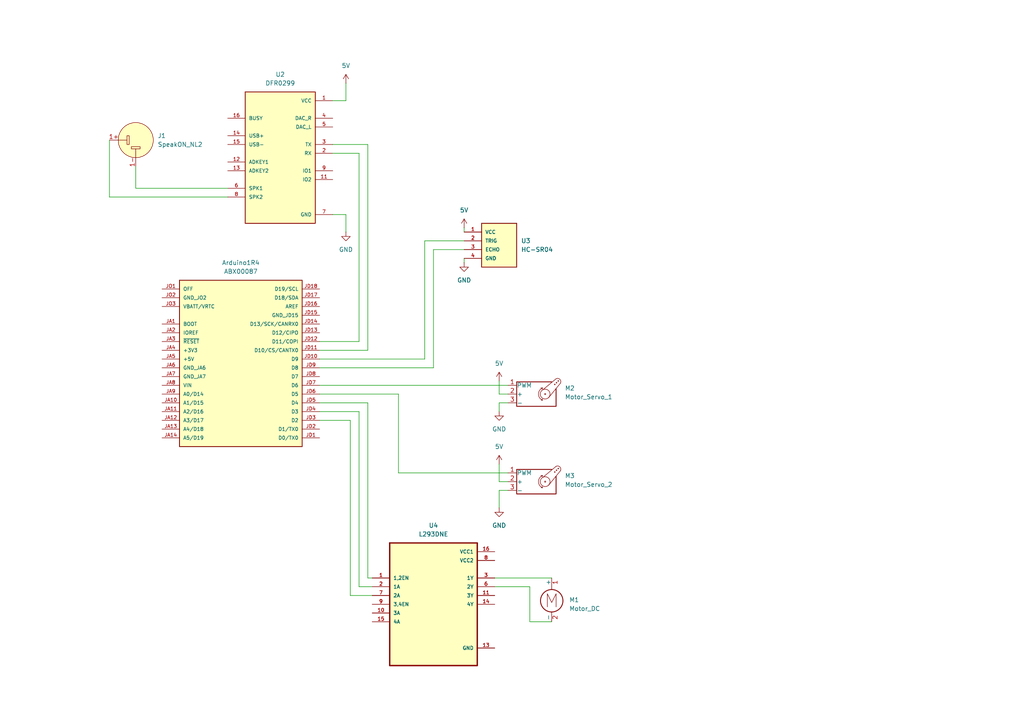
<source format=kicad_sch>
(kicad_sch
	(version 20250114)
	(generator "eeschema")
	(generator_version "9.0")
	(uuid "40f0979a-5fa7-480d-a63e-8836f1123ae6")
	(paper "A4")
	(lib_symbols
		(symbol "ABX00087:ABX00087"
			(pin_names
				(offset 1.016)
			)
			(exclude_from_sim no)
			(in_bom yes)
			(on_board yes)
			(property "Reference" "U"
				(at -17.78 26.162 0)
				(effects
					(font
						(size 1.27 1.27)
					)
					(justify left bottom)
				)
			)
			(property "Value" "ABX00087"
				(at -17.78 -25.4 0)
				(effects
					(font
						(size 1.27 1.27)
					)
					(justify left bottom)
				)
			)
			(property "Footprint" "ABX00087:MODULE_ABX00087"
				(at 0 0 0)
				(effects
					(font
						(size 1.27 1.27)
					)
					(justify bottom)
					(hide yes)
				)
			)
			(property "Datasheet" ""
				(at 0 0 0)
				(effects
					(font
						(size 1.27 1.27)
					)
					(hide yes)
				)
			)
			(property "Description" ""
				(at 0 0 0)
				(effects
					(font
						(size 1.27 1.27)
					)
					(hide yes)
				)
			)
			(property "MF" "Arduino"
				(at 0 0 0)
				(effects
					(font
						(size 1.27 1.27)
					)
					(justify bottom)
					(hide yes)
				)
			)
			(property "Description_1" "The Arduino UNO R4 WiFi features a 32-bit Renesas RA4M1 microcontroller (48 MHz ARM Cortex M4) and ESP32-S3-MINI-1-N8 WiFi module. The board features enhanced memory specifications with 256kB flash, 32kB SRAM, and 8kB EEPROM, while supporting both WiFi (802.11 b/g/n) and Bluetooth® 5.x connectivity at 2.4GHz. This combination of features makes it a versatile platform for wireless communication projects and IoT applications, offering significantly more processing power and connectivity options than previous UNO models."
				(at 0 0 0)
				(effects
					(font
						(size 1.27 1.27)
					)
					(justify bottom)
					(hide yes)
				)
			)
			(property "Package" "None"
				(at 0 0 0)
				(effects
					(font
						(size 1.27 1.27)
					)
					(justify bottom)
					(hide yes)
				)
			)
			(property "Price" "None"
				(at 0 0 0)
				(effects
					(font
						(size 1.27 1.27)
					)
					(justify bottom)
					(hide yes)
				)
			)
			(property "Check_prices" "https://www.snapeda.com/parts/ABX00087/Arduino/view-part/?ref=eda"
				(at 0 0 0)
				(effects
					(font
						(size 1.27 1.27)
					)
					(justify bottom)
					(hide yes)
				)
			)
			(property "STANDARD" "Manufacturer Recommendations"
				(at 0 0 0)
				(effects
					(font
						(size 1.27 1.27)
					)
					(justify bottom)
					(hide yes)
				)
			)
			(property "PARTREV" "4"
				(at 0 0 0)
				(effects
					(font
						(size 1.27 1.27)
					)
					(justify bottom)
					(hide yes)
				)
			)
			(property "SnapEDA_Link" "https://www.snapeda.com/parts/ABX00087/Arduino/view-part/?ref=snap"
				(at 0 0 0)
				(effects
					(font
						(size 1.27 1.27)
					)
					(justify bottom)
					(hide yes)
				)
			)
			(property "MP" "ABX00087"
				(at 0 0 0)
				(effects
					(font
						(size 1.27 1.27)
					)
					(justify bottom)
					(hide yes)
				)
			)
			(property "Availability" "In Stock"
				(at 0 0 0)
				(effects
					(font
						(size 1.27 1.27)
					)
					(justify bottom)
					(hide yes)
				)
			)
			(property "MANUFACTURER" "Arduino"
				(at 0 0 0)
				(effects
					(font
						(size 1.27 1.27)
					)
					(justify bottom)
					(hide yes)
				)
			)
			(symbol "ABX00087_0_0"
				(rectangle
					(start -17.78 -22.86)
					(end 17.78 25.4)
					(stroke
						(width 0.254)
						(type default)
					)
					(fill
						(type background)
					)
				)
				(pin input line
					(at -22.86 22.86 0)
					(length 5.08)
					(name "OFF"
						(effects
							(font
								(size 1.016 1.016)
							)
						)
					)
					(number "JO1"
						(effects
							(font
								(size 1.016 1.016)
							)
						)
					)
				)
				(pin power_in line
					(at -22.86 20.32 0)
					(length 5.08)
					(name "GND_JO2"
						(effects
							(font
								(size 1.016 1.016)
							)
						)
					)
					(number "JO2"
						(effects
							(font
								(size 1.016 1.016)
							)
						)
					)
				)
				(pin power_in line
					(at -22.86 17.78 0)
					(length 5.08)
					(name "VBATT/VRTC"
						(effects
							(font
								(size 1.016 1.016)
							)
						)
					)
					(number "JO3"
						(effects
							(font
								(size 1.016 1.016)
							)
						)
					)
				)
				(pin passive line
					(at -22.86 12.7 0)
					(length 5.08)
					(name "BOOT"
						(effects
							(font
								(size 1.016 1.016)
							)
						)
					)
					(number "JA1"
						(effects
							(font
								(size 1.016 1.016)
							)
						)
					)
				)
				(pin input line
					(at -22.86 10.16 0)
					(length 5.08)
					(name "IOREF"
						(effects
							(font
								(size 1.016 1.016)
							)
						)
					)
					(number "JA2"
						(effects
							(font
								(size 1.016 1.016)
							)
						)
					)
				)
				(pin input line
					(at -22.86 7.62 0)
					(length 5.08)
					(name "~{RESET}"
						(effects
							(font
								(size 1.016 1.016)
							)
						)
					)
					(number "JA3"
						(effects
							(font
								(size 1.016 1.016)
							)
						)
					)
				)
				(pin power_in line
					(at -22.86 5.08 0)
					(length 5.08)
					(name "+3V3"
						(effects
							(font
								(size 1.016 1.016)
							)
						)
					)
					(number "JA4"
						(effects
							(font
								(size 1.016 1.016)
							)
						)
					)
				)
				(pin power_in line
					(at -22.86 2.54 0)
					(length 5.08)
					(name "+5V"
						(effects
							(font
								(size 1.016 1.016)
							)
						)
					)
					(number "JA5"
						(effects
							(font
								(size 1.016 1.016)
							)
						)
					)
				)
				(pin power_in line
					(at -22.86 0 0)
					(length 5.08)
					(name "GND_JA6"
						(effects
							(font
								(size 1.016 1.016)
							)
						)
					)
					(number "JA6"
						(effects
							(font
								(size 1.016 1.016)
							)
						)
					)
				)
				(pin power_in line
					(at -22.86 -2.54 0)
					(length 5.08)
					(name "GND_JA7"
						(effects
							(font
								(size 1.016 1.016)
							)
						)
					)
					(number "JA7"
						(effects
							(font
								(size 1.016 1.016)
							)
						)
					)
				)
				(pin power_in line
					(at -22.86 -5.08 0)
					(length 5.08)
					(name "VIN"
						(effects
							(font
								(size 1.016 1.016)
							)
						)
					)
					(number "JA8"
						(effects
							(font
								(size 1.016 1.016)
							)
						)
					)
				)
				(pin bidirectional line
					(at -22.86 -7.62 0)
					(length 5.08)
					(name "A0/D14"
						(effects
							(font
								(size 1.016 1.016)
							)
						)
					)
					(number "JA9"
						(effects
							(font
								(size 1.016 1.016)
							)
						)
					)
				)
				(pin bidirectional line
					(at -22.86 -10.16 0)
					(length 5.08)
					(name "A1/D15"
						(effects
							(font
								(size 1.016 1.016)
							)
						)
					)
					(number "JA10"
						(effects
							(font
								(size 1.016 1.016)
							)
						)
					)
				)
				(pin bidirectional line
					(at -22.86 -12.7 0)
					(length 5.08)
					(name "A2/D16"
						(effects
							(font
								(size 1.016 1.016)
							)
						)
					)
					(number "JA11"
						(effects
							(font
								(size 1.016 1.016)
							)
						)
					)
				)
				(pin bidirectional line
					(at -22.86 -15.24 0)
					(length 5.08)
					(name "A3/D17"
						(effects
							(font
								(size 1.016 1.016)
							)
						)
					)
					(number "JA12"
						(effects
							(font
								(size 1.016 1.016)
							)
						)
					)
				)
				(pin bidirectional line
					(at -22.86 -17.78 0)
					(length 5.08)
					(name "A4/D18"
						(effects
							(font
								(size 1.016 1.016)
							)
						)
					)
					(number "JA13"
						(effects
							(font
								(size 1.016 1.016)
							)
						)
					)
				)
				(pin bidirectional line
					(at -22.86 -20.32 0)
					(length 5.08)
					(name "A5/D19"
						(effects
							(font
								(size 1.016 1.016)
							)
						)
					)
					(number "JA14"
						(effects
							(font
								(size 1.016 1.016)
							)
						)
					)
				)
				(pin bidirectional line
					(at 22.86 22.86 180)
					(length 5.08)
					(name "D19/SCL"
						(effects
							(font
								(size 1.016 1.016)
							)
						)
					)
					(number "JD18"
						(effects
							(font
								(size 1.016 1.016)
							)
						)
					)
				)
				(pin bidirectional line
					(at 22.86 20.32 180)
					(length 5.08)
					(name "D18/SDA"
						(effects
							(font
								(size 1.016 1.016)
							)
						)
					)
					(number "JD17"
						(effects
							(font
								(size 1.016 1.016)
							)
						)
					)
				)
				(pin input line
					(at 22.86 17.78 180)
					(length 5.08)
					(name "AREF"
						(effects
							(font
								(size 1.016 1.016)
							)
						)
					)
					(number "JD16"
						(effects
							(font
								(size 1.016 1.016)
							)
						)
					)
				)
				(pin power_in line
					(at 22.86 15.24 180)
					(length 5.08)
					(name "GND_JD15"
						(effects
							(font
								(size 1.016 1.016)
							)
						)
					)
					(number "JD15"
						(effects
							(font
								(size 1.016 1.016)
							)
						)
					)
				)
				(pin bidirectional line
					(at 22.86 12.7 180)
					(length 5.08)
					(name "D13/SCK/CANRX0"
						(effects
							(font
								(size 1.016 1.016)
							)
						)
					)
					(number "JD14"
						(effects
							(font
								(size 1.016 1.016)
							)
						)
					)
				)
				(pin bidirectional line
					(at 22.86 10.16 180)
					(length 5.08)
					(name "D12/CIPO"
						(effects
							(font
								(size 1.016 1.016)
							)
						)
					)
					(number "JD13"
						(effects
							(font
								(size 1.016 1.016)
							)
						)
					)
				)
				(pin bidirectional line
					(at 22.86 7.62 180)
					(length 5.08)
					(name "D11/COPI"
						(effects
							(font
								(size 1.016 1.016)
							)
						)
					)
					(number "JD12"
						(effects
							(font
								(size 1.016 1.016)
							)
						)
					)
				)
				(pin bidirectional line
					(at 22.86 5.08 180)
					(length 5.08)
					(name "D10/CS/CANTX0"
						(effects
							(font
								(size 1.016 1.016)
							)
						)
					)
					(number "JD11"
						(effects
							(font
								(size 1.016 1.016)
							)
						)
					)
				)
				(pin bidirectional line
					(at 22.86 2.54 180)
					(length 5.08)
					(name "D9"
						(effects
							(font
								(size 1.016 1.016)
							)
						)
					)
					(number "JD10"
						(effects
							(font
								(size 1.016 1.016)
							)
						)
					)
				)
				(pin bidirectional line
					(at 22.86 0 180)
					(length 5.08)
					(name "D8"
						(effects
							(font
								(size 1.016 1.016)
							)
						)
					)
					(number "JD9"
						(effects
							(font
								(size 1.016 1.016)
							)
						)
					)
				)
				(pin bidirectional line
					(at 22.86 -2.54 180)
					(length 5.08)
					(name "D7"
						(effects
							(font
								(size 1.016 1.016)
							)
						)
					)
					(number "JD8"
						(effects
							(font
								(size 1.016 1.016)
							)
						)
					)
				)
				(pin bidirectional line
					(at 22.86 -5.08 180)
					(length 5.08)
					(name "D6"
						(effects
							(font
								(size 1.016 1.016)
							)
						)
					)
					(number "JD7"
						(effects
							(font
								(size 1.016 1.016)
							)
						)
					)
				)
				(pin bidirectional line
					(at 22.86 -7.62 180)
					(length 5.08)
					(name "D5"
						(effects
							(font
								(size 1.016 1.016)
							)
						)
					)
					(number "JD6"
						(effects
							(font
								(size 1.016 1.016)
							)
						)
					)
				)
				(pin bidirectional line
					(at 22.86 -10.16 180)
					(length 5.08)
					(name "D4"
						(effects
							(font
								(size 1.016 1.016)
							)
						)
					)
					(number "JD5"
						(effects
							(font
								(size 1.016 1.016)
							)
						)
					)
				)
				(pin bidirectional line
					(at 22.86 -12.7 180)
					(length 5.08)
					(name "D3"
						(effects
							(font
								(size 1.016 1.016)
							)
						)
					)
					(number "JD4"
						(effects
							(font
								(size 1.016 1.016)
							)
						)
					)
				)
				(pin bidirectional line
					(at 22.86 -15.24 180)
					(length 5.08)
					(name "D2"
						(effects
							(font
								(size 1.016 1.016)
							)
						)
					)
					(number "JD3"
						(effects
							(font
								(size 1.016 1.016)
							)
						)
					)
				)
				(pin bidirectional line
					(at 22.86 -17.78 180)
					(length 5.08)
					(name "D1/TX0"
						(effects
							(font
								(size 1.016 1.016)
							)
						)
					)
					(number "JD2"
						(effects
							(font
								(size 1.016 1.016)
							)
						)
					)
				)
				(pin bidirectional line
					(at 22.86 -20.32 180)
					(length 5.08)
					(name "D0/TX0"
						(effects
							(font
								(size 1.016 1.016)
							)
						)
					)
					(number "JD1"
						(effects
							(font
								(size 1.016 1.016)
							)
						)
					)
				)
			)
			(embedded_fonts no)
		)
		(symbol "Connector_Audio:SpeakON_NL2"
			(pin_names
				(hide yes)
			)
			(exclude_from_sim no)
			(in_bom yes)
			(on_board yes)
			(property "Reference" "J"
				(at 2.54 8.89 0)
				(effects
					(font
						(size 1.27 1.27)
					)
				)
			)
			(property "Value" "SpeakON_NL2"
				(at 7.62 6.35 0)
				(effects
					(font
						(size 1.27 1.27)
					)
				)
			)
			(property "Footprint" ""
				(at 0 0 0)
				(effects
					(font
						(size 1.27 1.27)
					)
					(hide yes)
				)
			)
			(property "Datasheet" "http://www.neutrik.com/en/speakon/"
				(at 0 0 0)
				(effects
					(font
						(size 1.27 1.27)
					)
					(hide yes)
				)
			)
			(property "Description" "speakON Connector, Male or Female, NL2"
				(at 0 0 0)
				(effects
					(font
						(size 1.27 1.27)
					)
					(hide yes)
				)
			)
			(property "ki_keywords" "speakon connector"
				(at 0 0 0)
				(effects
					(font
						(size 1.27 1.27)
					)
					(hide yes)
				)
			)
			(property "ki_fp_filters" "Jack*speakON*"
				(at 0 0 0)
				(effects
					(font
						(size 1.27 1.27)
					)
					(hide yes)
				)
			)
			(symbol "SpeakON_NL2_0_1"
				(polyline
					(pts
						(xy -5.08 0) (xy -2.54 0)
					)
					(stroke
						(width 0)
						(type default)
					)
					(fill
						(type none)
					)
				)
				(rectangle
					(start -2.54 1.27)
					(end -1.905 -1.27)
					(stroke
						(width 0)
						(type default)
					)
					(fill
						(type none)
					)
				)
				(rectangle
					(start -1.27 2.54)
					(end 1.27 1.905)
					(stroke
						(width 0)
						(type default)
					)
					(fill
						(type none)
					)
				)
				(polyline
					(pts
						(xy 0 5.08) (xy 0 2.54)
					)
					(stroke
						(width 0)
						(type default)
					)
					(fill
						(type none)
					)
				)
				(circle
					(center 0 0)
					(radius 5.08)
					(stroke
						(width 0)
						(type default)
					)
					(fill
						(type background)
					)
				)
				(pin passive line
					(at -7.62 0 0)
					(length 2.54)
					(name "1-"
						(effects
							(font
								(size 1.27 1.27)
							)
						)
					)
					(number "1-"
						(effects
							(font
								(size 1.27 1.27)
							)
						)
					)
				)
			)
			(symbol "SpeakON_NL2_1_1"
				(pin passive line
					(at 0 7.62 270)
					(length 2.54)
					(name "1+"
						(effects
							(font
								(size 1.27 1.27)
							)
						)
					)
					(number "1+"
						(effects
							(font
								(size 1.27 1.27)
							)
						)
					)
				)
			)
			(embedded_fonts no)
		)
		(symbol "DFR0299:DFR0299"
			(pin_names
				(offset 1.016)
			)
			(exclude_from_sim no)
			(in_bom yes)
			(on_board yes)
			(property "Reference" "U"
				(at -10.16 18.542 0)
				(effects
					(font
						(size 1.27 1.27)
					)
					(justify left bottom)
				)
			)
			(property "Value" "DFR0299"
				(at -10.16 -22.86 0)
				(effects
					(font
						(size 1.27 1.27)
					)
					(justify left bottom)
				)
			)
			(property "Footprint" "DFR0299:MODULE_DFR0299"
				(at 0 0 0)
				(effects
					(font
						(size 1.27 1.27)
					)
					(justify bottom)
					(hide yes)
				)
			)
			(property "Datasheet" ""
				(at 0 0 0)
				(effects
					(font
						(size 1.27 1.27)
					)
					(hide yes)
				)
			)
			(property "Description" "Dfplayer - a Mini Mp3 Player"
				(at 0 0 0)
				(effects
					(font
						(size 1.27 1.27)
					)
					(justify bottom)
					(hide yes)
				)
			)
			(property "MF" "DFRobot"
				(at 0 0 0)
				(effects
					(font
						(size 1.27 1.27)
					)
					(justify bottom)
					(hide yes)
				)
			)
			(property "PACKAGE" "None"
				(at 0 0 0)
				(effects
					(font
						(size 1.27 1.27)
					)
					(justify bottom)
					(hide yes)
				)
			)
			(property "PRICE" "None"
				(at 0 0 0)
				(effects
					(font
						(size 1.27 1.27)
					)
					(justify bottom)
					(hide yes)
				)
			)
			(property "Package" "None"
				(at 0 0 0)
				(effects
					(font
						(size 1.27 1.27)
					)
					(justify bottom)
					(hide yes)
				)
			)
			(property "Check_prices" "https://www.snapeda.com/parts/DFR0299/DFRobot/view-part/?ref=eda"
				(at 0 0 0)
				(effects
					(font
						(size 1.27 1.27)
					)
					(justify bottom)
					(hide yes)
				)
			)
			(property "Price" "None"
				(at 0 0 0)
				(effects
					(font
						(size 1.27 1.27)
					)
					(justify bottom)
					(hide yes)
				)
			)
			(property "SnapEDA_Link" "https://www.snapeda.com/parts/DFR0299/DFRobot/view-part/?ref=snap"
				(at 0 0 0)
				(effects
					(font
						(size 1.27 1.27)
					)
					(justify bottom)
					(hide yes)
				)
			)
			(property "MP" "DFR0299"
				(at 0 0 0)
				(effects
					(font
						(size 1.27 1.27)
					)
					(justify bottom)
					(hide yes)
				)
			)
			(property "Availability" "In Stock"
				(at 0 0 0)
				(effects
					(font
						(size 1.27 1.27)
					)
					(justify bottom)
					(hide yes)
				)
			)
			(property "AVAILABILITY" "Unavailable"
				(at 0 0 0)
				(effects
					(font
						(size 1.27 1.27)
					)
					(justify bottom)
					(hide yes)
				)
			)
			(property "Description_1" "- MP3 Player Audio Arduino Platform Evaluation Expansion Board"
				(at 0 0 0)
				(effects
					(font
						(size 1.27 1.27)
					)
					(justify bottom)
					(hide yes)
				)
			)
			(symbol "DFR0299_0_0"
				(rectangle
					(start -10.16 -20.32)
					(end 10.16 17.78)
					(stroke
						(width 0.254)
						(type default)
					)
					(fill
						(type background)
					)
				)
				(pin input line
					(at -15.24 10.16 0)
					(length 5.08)
					(name "BUSY"
						(effects
							(font
								(size 1.016 1.016)
							)
						)
					)
					(number "16"
						(effects
							(font
								(size 1.016 1.016)
							)
						)
					)
				)
				(pin input line
					(at -15.24 5.08 0)
					(length 5.08)
					(name "USB+"
						(effects
							(font
								(size 1.016 1.016)
							)
						)
					)
					(number "14"
						(effects
							(font
								(size 1.016 1.016)
							)
						)
					)
				)
				(pin input line
					(at -15.24 2.54 0)
					(length 5.08)
					(name "USB-"
						(effects
							(font
								(size 1.016 1.016)
							)
						)
					)
					(number "15"
						(effects
							(font
								(size 1.016 1.016)
							)
						)
					)
				)
				(pin input line
					(at -15.24 -2.54 0)
					(length 5.08)
					(name "ADKEY1"
						(effects
							(font
								(size 1.016 1.016)
							)
						)
					)
					(number "12"
						(effects
							(font
								(size 1.016 1.016)
							)
						)
					)
				)
				(pin input line
					(at -15.24 -5.08 0)
					(length 5.08)
					(name "ADKEY2"
						(effects
							(font
								(size 1.016 1.016)
							)
						)
					)
					(number "13"
						(effects
							(font
								(size 1.016 1.016)
							)
						)
					)
				)
				(pin passive line
					(at -15.24 -10.16 0)
					(length 5.08)
					(name "SPK1"
						(effects
							(font
								(size 1.016 1.016)
							)
						)
					)
					(number "6"
						(effects
							(font
								(size 1.016 1.016)
							)
						)
					)
				)
				(pin passive line
					(at -15.24 -12.7 0)
					(length 5.08)
					(name "SPK2"
						(effects
							(font
								(size 1.016 1.016)
							)
						)
					)
					(number "8"
						(effects
							(font
								(size 1.016 1.016)
							)
						)
					)
				)
				(pin power_in line
					(at 15.24 15.24 180)
					(length 5.08)
					(name "VCC"
						(effects
							(font
								(size 1.016 1.016)
							)
						)
					)
					(number "1"
						(effects
							(font
								(size 1.016 1.016)
							)
						)
					)
				)
				(pin output line
					(at 15.24 10.16 180)
					(length 5.08)
					(name "DAC_R"
						(effects
							(font
								(size 1.016 1.016)
							)
						)
					)
					(number "4"
						(effects
							(font
								(size 1.016 1.016)
							)
						)
					)
				)
				(pin output line
					(at 15.24 7.62 180)
					(length 5.08)
					(name "DAC_L"
						(effects
							(font
								(size 1.016 1.016)
							)
						)
					)
					(number "5"
						(effects
							(font
								(size 1.016 1.016)
							)
						)
					)
				)
				(pin output line
					(at 15.24 2.54 180)
					(length 5.08)
					(name "TX"
						(effects
							(font
								(size 1.016 1.016)
							)
						)
					)
					(number "3"
						(effects
							(font
								(size 1.016 1.016)
							)
						)
					)
				)
				(pin input line
					(at 15.24 0 180)
					(length 5.08)
					(name "RX"
						(effects
							(font
								(size 1.016 1.016)
							)
						)
					)
					(number "2"
						(effects
							(font
								(size 1.016 1.016)
							)
						)
					)
				)
				(pin bidirectional line
					(at 15.24 -5.08 180)
					(length 5.08)
					(name "IO1"
						(effects
							(font
								(size 1.016 1.016)
							)
						)
					)
					(number "9"
						(effects
							(font
								(size 1.016 1.016)
							)
						)
					)
				)
				(pin bidirectional line
					(at 15.24 -7.62 180)
					(length 5.08)
					(name "IO2"
						(effects
							(font
								(size 1.016 1.016)
							)
						)
					)
					(number "11"
						(effects
							(font
								(size 1.016 1.016)
							)
						)
					)
				)
				(pin power_in line
					(at 15.24 -17.78 180)
					(length 5.08)
					(hide yes)
					(name "GND"
						(effects
							(font
								(size 1.016 1.016)
							)
						)
					)
					(number "10"
						(effects
							(font
								(size 1.016 1.016)
							)
						)
					)
				)
				(pin power_in line
					(at 15.24 -17.78 180)
					(length 5.08)
					(name "GND"
						(effects
							(font
								(size 1.016 1.016)
							)
						)
					)
					(number "7"
						(effects
							(font
								(size 1.016 1.016)
							)
						)
					)
				)
			)
			(embedded_fonts no)
		)
		(symbol "HC-SR04:HC-SR04"
			(pin_names
				(offset 1.016)
			)
			(exclude_from_sim no)
			(in_bom yes)
			(on_board yes)
			(property "Reference" "U"
				(at 0 5.0813 0)
				(effects
					(font
						(size 1.27 1.27)
					)
					(justify left bottom)
				)
			)
			(property "Value" "HC-SR04"
				(at 0 -10.163 0)
				(effects
					(font
						(size 1.27 1.27)
					)
					(justify left bottom)
				)
			)
			(property "Footprint" "HC-SR04:XCVR_HC-SR04"
				(at 0 0 0)
				(effects
					(font
						(size 1.27 1.27)
					)
					(justify bottom)
					(hide yes)
				)
			)
			(property "Datasheet" ""
				(at 0 0 0)
				(effects
					(font
						(size 1.27 1.27)
					)
					(hide yes)
				)
			)
			(property "Description" ""
				(at 0 0 0)
				(effects
					(font
						(size 1.27 1.27)
					)
					(hide yes)
				)
			)
			(property "MF" "SparkFun Electronics"
				(at 0 0 0)
				(effects
					(font
						(size 1.27 1.27)
					)
					(justify bottom)
					(hide yes)
				)
			)
			(property "Description_1" "HC-SR04 Ultrasonic Sensor Qwiic Platform Evaluation Expansion Board"
				(at 0 0 0)
				(effects
					(font
						(size 1.27 1.27)
					)
					(justify bottom)
					(hide yes)
				)
			)
			(property "Package" "None"
				(at 0 0 0)
				(effects
					(font
						(size 1.27 1.27)
					)
					(justify bottom)
					(hide yes)
				)
			)
			(property "Price" "None"
				(at 0 0 0)
				(effects
					(font
						(size 1.27 1.27)
					)
					(justify bottom)
					(hide yes)
				)
			)
			(property "Check_prices" "https://www.snapeda.com/parts/HC-SR04/SparkFun/view-part/?ref=eda"
				(at 0 0 0)
				(effects
					(font
						(size 1.27 1.27)
					)
					(justify bottom)
					(hide yes)
				)
			)
			(property "SnapEDA_Link" "https://www.snapeda.com/parts/HC-SR04/SparkFun/view-part/?ref=snap"
				(at 0 0 0)
				(effects
					(font
						(size 1.27 1.27)
					)
					(justify bottom)
					(hide yes)
				)
			)
			(property "MP" "HC-SR04"
				(at 0 0 0)
				(effects
					(font
						(size 1.27 1.27)
					)
					(justify bottom)
					(hide yes)
				)
			)
			(property "Availability" "Not in stock"
				(at 0 0 0)
				(effects
					(font
						(size 1.27 1.27)
					)
					(justify bottom)
					(hide yes)
				)
			)
			(property "MANUFACTURER" "Osepp"
				(at 0 0 0)
				(effects
					(font
						(size 1.27 1.27)
					)
					(justify bottom)
					(hide yes)
				)
			)
			(symbol "HC-SR04_0_0"
				(rectangle
					(start 0 -7.62)
					(end 10.16 5.08)
					(stroke
						(width 0.254)
						(type default)
					)
					(fill
						(type background)
					)
				)
				(pin power_in line
					(at -5.08 2.54 0)
					(length 5.08)
					(name "VCC"
						(effects
							(font
								(size 1.016 1.016)
							)
						)
					)
					(number "1"
						(effects
							(font
								(size 1.016 1.016)
							)
						)
					)
				)
				(pin bidirectional line
					(at -5.08 0 0)
					(length 5.08)
					(name "TRIG"
						(effects
							(font
								(size 1.016 1.016)
							)
						)
					)
					(number "2"
						(effects
							(font
								(size 1.016 1.016)
							)
						)
					)
				)
				(pin bidirectional line
					(at -5.08 -2.54 0)
					(length 5.08)
					(name "ECHO"
						(effects
							(font
								(size 1.016 1.016)
							)
						)
					)
					(number "3"
						(effects
							(font
								(size 1.016 1.016)
							)
						)
					)
				)
				(pin power_in line
					(at -5.08 -5.08 0)
					(length 5.08)
					(name "GND"
						(effects
							(font
								(size 1.016 1.016)
							)
						)
					)
					(number "4"
						(effects
							(font
								(size 1.016 1.016)
							)
						)
					)
				)
			)
			(embedded_fonts no)
		)
		(symbol "L293DNE:L293DNE"
			(pin_names
				(offset 1.016)
			)
			(exclude_from_sim no)
			(in_bom yes)
			(on_board yes)
			(property "Reference" "U"
				(at -12.7 18.78 0)
				(effects
					(font
						(size 1.27 1.27)
					)
					(justify left bottom)
				)
			)
			(property "Value" "L293DNE"
				(at -12.7 -21.78 0)
				(effects
					(font
						(size 1.27 1.27)
					)
					(justify left bottom)
				)
			)
			(property "Footprint" "L293DNE:DIP762W45P254L1980H508Q16"
				(at 0 0 0)
				(effects
					(font
						(size 1.27 1.27)
					)
					(justify bottom)
					(hide yes)
				)
			)
			(property "Datasheet" ""
				(at 0 0 0)
				(effects
					(font
						(size 1.27 1.27)
					)
					(hide yes)
				)
			)
			(property "Description" ""
				(at 0 0 0)
				(effects
					(font
						(size 1.27 1.27)
					)
					(hide yes)
				)
			)
			(property "MF" "Texas Instruments"
				(at 0 0 0)
				(effects
					(font
						(size 1.27 1.27)
					)
					(justify bottom)
					(hide yes)
				)
			)
			(property "Description_1" "Quadruple Half-H Drivers"
				(at 0 0 0)
				(effects
					(font
						(size 1.27 1.27)
					)
					(justify bottom)
					(hide yes)
				)
			)
			(property "Package" "PDIP-16 Texas Instruments"
				(at 0 0 0)
				(effects
					(font
						(size 1.27 1.27)
					)
					(justify bottom)
					(hide yes)
				)
			)
			(property "Price" "None"
				(at 0 0 0)
				(effects
					(font
						(size 1.27 1.27)
					)
					(justify bottom)
					(hide yes)
				)
			)
			(property "SnapEDA_Link" "https://www.snapeda.com/parts/L293DNE/Texas+Instruments/view-part/?ref=snap"
				(at 0 0 0)
				(effects
					(font
						(size 1.27 1.27)
					)
					(justify bottom)
					(hide yes)
				)
			)
			(property "MP" "L293DNE"
				(at 0 0 0)
				(effects
					(font
						(size 1.27 1.27)
					)
					(justify bottom)
					(hide yes)
				)
			)
			(property "Availability" "In Stock"
				(at 0 0 0)
				(effects
					(font
						(size 1.27 1.27)
					)
					(justify bottom)
					(hide yes)
				)
			)
			(property "Check_prices" "https://www.snapeda.com/parts/L293DNE/Texas+Instruments/view-part/?ref=eda"
				(at 0 0 0)
				(effects
					(font
						(size 1.27 1.27)
					)
					(justify bottom)
					(hide yes)
				)
			)
			(symbol "L293DNE_0_0"
				(rectangle
					(start -12.7 -17.78)
					(end 12.7 17.78)
					(stroke
						(width 0.41)
						(type default)
					)
					(fill
						(type background)
					)
				)
				(pin input line
					(at -17.78 7.62 0)
					(length 5.08)
					(name "1,2EN"
						(effects
							(font
								(size 1.016 1.016)
							)
						)
					)
					(number "1"
						(effects
							(font
								(size 1.016 1.016)
							)
						)
					)
				)
				(pin input line
					(at -17.78 5.08 0)
					(length 5.08)
					(name "1A"
						(effects
							(font
								(size 1.016 1.016)
							)
						)
					)
					(number "2"
						(effects
							(font
								(size 1.016 1.016)
							)
						)
					)
				)
				(pin input line
					(at -17.78 2.54 0)
					(length 5.08)
					(name "2A"
						(effects
							(font
								(size 1.016 1.016)
							)
						)
					)
					(number "7"
						(effects
							(font
								(size 1.016 1.016)
							)
						)
					)
				)
				(pin input line
					(at -17.78 0 0)
					(length 5.08)
					(name "3,4EN"
						(effects
							(font
								(size 1.016 1.016)
							)
						)
					)
					(number "9"
						(effects
							(font
								(size 1.016 1.016)
							)
						)
					)
				)
				(pin input line
					(at -17.78 -2.54 0)
					(length 5.08)
					(name "3A"
						(effects
							(font
								(size 1.016 1.016)
							)
						)
					)
					(number "10"
						(effects
							(font
								(size 1.016 1.016)
							)
						)
					)
				)
				(pin input line
					(at -17.78 -5.08 0)
					(length 5.08)
					(name "4A"
						(effects
							(font
								(size 1.016 1.016)
							)
						)
					)
					(number "15"
						(effects
							(font
								(size 1.016 1.016)
							)
						)
					)
				)
				(pin power_in line
					(at 17.78 15.24 180)
					(length 5.08)
					(name "VCC1"
						(effects
							(font
								(size 1.016 1.016)
							)
						)
					)
					(number "16"
						(effects
							(font
								(size 1.016 1.016)
							)
						)
					)
				)
				(pin power_in line
					(at 17.78 12.7 180)
					(length 5.08)
					(name "VCC2"
						(effects
							(font
								(size 1.016 1.016)
							)
						)
					)
					(number "8"
						(effects
							(font
								(size 1.016 1.016)
							)
						)
					)
				)
				(pin output line
					(at 17.78 7.62 180)
					(length 5.08)
					(name "1Y"
						(effects
							(font
								(size 1.016 1.016)
							)
						)
					)
					(number "3"
						(effects
							(font
								(size 1.016 1.016)
							)
						)
					)
				)
				(pin output line
					(at 17.78 5.08 180)
					(length 5.08)
					(name "2Y"
						(effects
							(font
								(size 1.016 1.016)
							)
						)
					)
					(number "6"
						(effects
							(font
								(size 1.016 1.016)
							)
						)
					)
				)
				(pin output line
					(at 17.78 2.54 180)
					(length 5.08)
					(name "3Y"
						(effects
							(font
								(size 1.016 1.016)
							)
						)
					)
					(number "11"
						(effects
							(font
								(size 1.016 1.016)
							)
						)
					)
				)
				(pin output line
					(at 17.78 0 180)
					(length 5.08)
					(name "4Y"
						(effects
							(font
								(size 1.016 1.016)
							)
						)
					)
					(number "14"
						(effects
							(font
								(size 1.016 1.016)
							)
						)
					)
				)
				(pin power_in line
					(at 17.78 -12.7 180)
					(length 5.08)
					(hide yes)
					(name "GND"
						(effects
							(font
								(size 1.016 1.016)
							)
						)
					)
					(number "12"
						(effects
							(font
								(size 1.016 1.016)
							)
						)
					)
				)
				(pin power_in line
					(at 17.78 -12.7 180)
					(length 5.08)
					(name "GND"
						(effects
							(font
								(size 1.016 1.016)
							)
						)
					)
					(number "13"
						(effects
							(font
								(size 1.016 1.016)
							)
						)
					)
				)
				(pin power_in line
					(at 17.78 -12.7 180)
					(length 5.08)
					(hide yes)
					(name "GND"
						(effects
							(font
								(size 1.016 1.016)
							)
						)
					)
					(number "4"
						(effects
							(font
								(size 1.016 1.016)
							)
						)
					)
				)
				(pin power_in line
					(at 17.78 -12.7 180)
					(length 5.08)
					(hide yes)
					(name "GND"
						(effects
							(font
								(size 1.016 1.016)
							)
						)
					)
					(number "5"
						(effects
							(font
								(size 1.016 1.016)
							)
						)
					)
				)
			)
			(embedded_fonts no)
		)
		(symbol "Motor:Motor_DC"
			(pin_names
				(offset 0)
			)
			(exclude_from_sim no)
			(in_bom yes)
			(on_board yes)
			(property "Reference" "M"
				(at 2.54 2.54 0)
				(effects
					(font
						(size 1.27 1.27)
					)
					(justify left)
				)
			)
			(property "Value" "Motor_DC"
				(at 2.54 -5.08 0)
				(effects
					(font
						(size 1.27 1.27)
					)
					(justify left top)
				)
			)
			(property "Footprint" ""
				(at 0 -2.286 0)
				(effects
					(font
						(size 1.27 1.27)
					)
					(hide yes)
				)
			)
			(property "Datasheet" "~"
				(at 0 -2.286 0)
				(effects
					(font
						(size 1.27 1.27)
					)
					(hide yes)
				)
			)
			(property "Description" "DC Motor"
				(at 0 0 0)
				(effects
					(font
						(size 1.27 1.27)
					)
					(hide yes)
				)
			)
			(property "ki_keywords" "DC Motor"
				(at 0 0 0)
				(effects
					(font
						(size 1.27 1.27)
					)
					(hide yes)
				)
			)
			(property "ki_fp_filters" "PinHeader*P2.54mm* TerminalBlock*"
				(at 0 0 0)
				(effects
					(font
						(size 1.27 1.27)
					)
					(hide yes)
				)
			)
			(symbol "Motor_DC_0_0"
				(polyline
					(pts
						(xy -1.27 -3.302) (xy -1.27 0.508) (xy 0 -2.032) (xy 1.27 0.508) (xy 1.27 -3.302)
					)
					(stroke
						(width 0)
						(type default)
					)
					(fill
						(type none)
					)
				)
			)
			(symbol "Motor_DC_0_1"
				(polyline
					(pts
						(xy 0 2.032) (xy 0 2.54)
					)
					(stroke
						(width 0)
						(type default)
					)
					(fill
						(type none)
					)
				)
				(polyline
					(pts
						(xy 0 1.7272) (xy 0 2.0828)
					)
					(stroke
						(width 0)
						(type default)
					)
					(fill
						(type none)
					)
				)
				(circle
					(center 0 -1.524)
					(radius 3.2512)
					(stroke
						(width 0.254)
						(type default)
					)
					(fill
						(type none)
					)
				)
				(polyline
					(pts
						(xy 0 -4.7752) (xy 0 -5.1816)
					)
					(stroke
						(width 0)
						(type default)
					)
					(fill
						(type none)
					)
				)
				(polyline
					(pts
						(xy 0 -7.62) (xy 0 -7.112)
					)
					(stroke
						(width 0)
						(type default)
					)
					(fill
						(type none)
					)
				)
			)
			(symbol "Motor_DC_1_1"
				(pin passive line
					(at 0 5.08 270)
					(length 2.54)
					(name "+"
						(effects
							(font
								(size 1.27 1.27)
							)
						)
					)
					(number "1"
						(effects
							(font
								(size 1.27 1.27)
							)
						)
					)
				)
				(pin passive line
					(at 0 -7.62 90)
					(length 2.54)
					(name "-"
						(effects
							(font
								(size 1.27 1.27)
							)
						)
					)
					(number "2"
						(effects
							(font
								(size 1.27 1.27)
							)
						)
					)
				)
			)
			(embedded_fonts no)
		)
		(symbol "Motor:Motor_Servo"
			(pin_names
				(offset 0.0254)
			)
			(exclude_from_sim no)
			(in_bom yes)
			(on_board yes)
			(property "Reference" "M"
				(at -5.08 4.445 0)
				(effects
					(font
						(size 1.27 1.27)
					)
					(justify left)
				)
			)
			(property "Value" "Motor_Servo"
				(at -5.08 -4.064 0)
				(effects
					(font
						(size 1.27 1.27)
					)
					(justify left top)
				)
			)
			(property "Footprint" ""
				(at 0 -4.826 0)
				(effects
					(font
						(size 1.27 1.27)
					)
					(hide yes)
				)
			)
			(property "Datasheet" "http://forums.parallax.com/uploads/attachments/46831/74481.png"
				(at 0 -4.826 0)
				(effects
					(font
						(size 1.27 1.27)
					)
					(hide yes)
				)
			)
			(property "Description" "Servo Motor (Futaba, HiTec, JR connector)"
				(at 0 0 0)
				(effects
					(font
						(size 1.27 1.27)
					)
					(hide yes)
				)
			)
			(property "ki_keywords" "Servo Motor"
				(at 0 0 0)
				(effects
					(font
						(size 1.27 1.27)
					)
					(hide yes)
				)
			)
			(property "ki_fp_filters" "PinHeader*P2.54mm*"
				(at 0 0 0)
				(effects
					(font
						(size 1.27 1.27)
					)
					(hide yes)
				)
			)
			(symbol "Motor_Servo_0_1"
				(polyline
					(pts
						(xy 2.413 1.778) (xy 1.905 1.778)
					)
					(stroke
						(width 0)
						(type default)
					)
					(fill
						(type none)
					)
				)
				(polyline
					(pts
						(xy 2.413 1.778) (xy 2.286 1.397)
					)
					(stroke
						(width 0)
						(type default)
					)
					(fill
						(type none)
					)
				)
				(polyline
					(pts
						(xy 2.413 -1.778) (xy 2.032 -1.778)
					)
					(stroke
						(width 0)
						(type default)
					)
					(fill
						(type none)
					)
				)
				(polyline
					(pts
						(xy 2.413 -1.778) (xy 2.286 -1.397)
					)
					(stroke
						(width 0)
						(type default)
					)
					(fill
						(type none)
					)
				)
				(arc
					(start 2.413 -1.778)
					(mid 1.2406 0)
					(end 2.413 1.778)
					(stroke
						(width 0)
						(type default)
					)
					(fill
						(type none)
					)
				)
				(circle
					(center 3.175 0)
					(radius 0.1778)
					(stroke
						(width 0)
						(type default)
					)
					(fill
						(type none)
					)
				)
				(circle
					(center 3.175 0)
					(radius 1.4224)
					(stroke
						(width 0)
						(type default)
					)
					(fill
						(type none)
					)
				)
				(polyline
					(pts
						(xy 5.08 3.556) (xy -5.08 3.556) (xy -5.08 -3.556) (xy 6.35 -3.556) (xy 6.35 1.524)
					)
					(stroke
						(width 0.254)
						(type default)
					)
					(fill
						(type none)
					)
				)
				(circle
					(center 5.969 2.794)
					(radius 0.127)
					(stroke
						(width 0)
						(type default)
					)
					(fill
						(type none)
					)
				)
				(polyline
					(pts
						(xy 6.35 4.445) (xy 2.54 1.27)
					)
					(stroke
						(width 0)
						(type default)
					)
					(fill
						(type none)
					)
				)
				(circle
					(center 6.477 3.302)
					(radius 0.127)
					(stroke
						(width 0)
						(type default)
					)
					(fill
						(type none)
					)
				)
				(arc
					(start 6.35 4.445)
					(mid 7.4487 4.2737)
					(end 7.62 3.175)
					(stroke
						(width 0)
						(type default)
					)
					(fill
						(type none)
					)
				)
				(circle
					(center 6.985 3.81)
					(radius 0.127)
					(stroke
						(width 0)
						(type default)
					)
					(fill
						(type none)
					)
				)
				(polyline
					(pts
						(xy 7.62 3.175) (xy 4.191 -1.016)
					)
					(stroke
						(width 0)
						(type default)
					)
					(fill
						(type none)
					)
				)
			)
			(symbol "Motor_Servo_1_1"
				(pin passive line
					(at -7.62 2.54 0)
					(length 2.54)
					(name "PWM"
						(effects
							(font
								(size 1.27 1.27)
							)
						)
					)
					(number "1"
						(effects
							(font
								(size 1.27 1.27)
							)
						)
					)
				)
				(pin passive line
					(at -7.62 0 0)
					(length 2.54)
					(name "+"
						(effects
							(font
								(size 1.27 1.27)
							)
						)
					)
					(number "2"
						(effects
							(font
								(size 1.27 1.27)
							)
						)
					)
				)
				(pin passive line
					(at -7.62 -2.54 0)
					(length 2.54)
					(name "-"
						(effects
							(font
								(size 1.27 1.27)
							)
						)
					)
					(number "3"
						(effects
							(font
								(size 1.27 1.27)
							)
						)
					)
				)
			)
			(embedded_fonts no)
		)
		(symbol "power:GND"
			(power)
			(pin_numbers
				(hide yes)
			)
			(pin_names
				(offset 0)
				(hide yes)
			)
			(exclude_from_sim no)
			(in_bom yes)
			(on_board yes)
			(property "Reference" "#PWR"
				(at 0 -6.35 0)
				(effects
					(font
						(size 1.27 1.27)
					)
					(hide yes)
				)
			)
			(property "Value" "GND"
				(at 0 -3.81 0)
				(effects
					(font
						(size 1.27 1.27)
					)
				)
			)
			(property "Footprint" ""
				(at 0 0 0)
				(effects
					(font
						(size 1.27 1.27)
					)
					(hide yes)
				)
			)
			(property "Datasheet" ""
				(at 0 0 0)
				(effects
					(font
						(size 1.27 1.27)
					)
					(hide yes)
				)
			)
			(property "Description" "Power symbol creates a global label with name \"GND\" , ground"
				(at 0 0 0)
				(effects
					(font
						(size 1.27 1.27)
					)
					(hide yes)
				)
			)
			(property "ki_keywords" "global power"
				(at 0 0 0)
				(effects
					(font
						(size 1.27 1.27)
					)
					(hide yes)
				)
			)
			(symbol "GND_0_1"
				(polyline
					(pts
						(xy 0 0) (xy 0 -1.27) (xy 1.27 -1.27) (xy 0 -2.54) (xy -1.27 -1.27) (xy 0 -1.27)
					)
					(stroke
						(width 0)
						(type default)
					)
					(fill
						(type none)
					)
				)
			)
			(symbol "GND_1_1"
				(pin power_in line
					(at 0 0 270)
					(length 0)
					(name "~"
						(effects
							(font
								(size 1.27 1.27)
							)
						)
					)
					(number "1"
						(effects
							(font
								(size 1.27 1.27)
							)
						)
					)
				)
			)
			(embedded_fonts no)
		)
		(symbol "power:VCC"
			(power)
			(pin_numbers
				(hide yes)
			)
			(pin_names
				(offset 0)
				(hide yes)
			)
			(exclude_from_sim no)
			(in_bom yes)
			(on_board yes)
			(property "Reference" "#PWR"
				(at 0 -3.81 0)
				(effects
					(font
						(size 1.27 1.27)
					)
					(hide yes)
				)
			)
			(property "Value" "VCC"
				(at 0 3.556 0)
				(effects
					(font
						(size 1.27 1.27)
					)
				)
			)
			(property "Footprint" ""
				(at 0 0 0)
				(effects
					(font
						(size 1.27 1.27)
					)
					(hide yes)
				)
			)
			(property "Datasheet" ""
				(at 0 0 0)
				(effects
					(font
						(size 1.27 1.27)
					)
					(hide yes)
				)
			)
			(property "Description" "Power symbol creates a global label with name \"VCC\""
				(at 0 0 0)
				(effects
					(font
						(size 1.27 1.27)
					)
					(hide yes)
				)
			)
			(property "ki_keywords" "global power"
				(at 0 0 0)
				(effects
					(font
						(size 1.27 1.27)
					)
					(hide yes)
				)
			)
			(symbol "VCC_0_1"
				(polyline
					(pts
						(xy -0.762 1.27) (xy 0 2.54)
					)
					(stroke
						(width 0)
						(type default)
					)
					(fill
						(type none)
					)
				)
				(polyline
					(pts
						(xy 0 2.54) (xy 0.762 1.27)
					)
					(stroke
						(width 0)
						(type default)
					)
					(fill
						(type none)
					)
				)
				(polyline
					(pts
						(xy 0 0) (xy 0 2.54)
					)
					(stroke
						(width 0)
						(type default)
					)
					(fill
						(type none)
					)
				)
			)
			(symbol "VCC_1_1"
				(pin power_in line
					(at 0 0 90)
					(length 0)
					(name "~"
						(effects
							(font
								(size 1.27 1.27)
							)
						)
					)
					(number "1"
						(effects
							(font
								(size 1.27 1.27)
							)
						)
					)
				)
			)
			(embedded_fonts no)
		)
	)
	(wire
		(pts
			(xy 104.14 119.38) (xy 92.71 119.38)
		)
		(stroke
			(width 0)
			(type default)
		)
		(uuid "003a7283-289b-4675-ac5e-80ec92895c49")
	)
	(wire
		(pts
			(xy 125.73 72.39) (xy 134.62 72.39)
		)
		(stroke
			(width 0)
			(type default)
		)
		(uuid "12ff1e54-8d22-44b2-a681-389f41700679")
	)
	(wire
		(pts
			(xy 101.6 172.72) (xy 107.95 172.72)
		)
		(stroke
			(width 0)
			(type default)
		)
		(uuid "19d86b82-ab7b-4418-b9b5-3fb46ce9f6bb")
	)
	(wire
		(pts
			(xy 134.62 66.04) (xy 134.62 67.31)
		)
		(stroke
			(width 0)
			(type default)
		)
		(uuid "2d4cd6d1-140b-47fc-8aef-e65707701a5c")
	)
	(wire
		(pts
			(xy 39.37 48.26) (xy 39.37 54.61)
		)
		(stroke
			(width 0)
			(type default)
		)
		(uuid "2fc56d42-13ea-40dc-84ca-49daacaa6b1e")
	)
	(wire
		(pts
			(xy 104.14 44.45) (xy 104.14 99.06)
		)
		(stroke
			(width 0)
			(type default)
		)
		(uuid "43a8f9ff-6b2a-4083-b1b6-3ed8171a2816")
	)
	(wire
		(pts
			(xy 147.32 116.84) (xy 144.78 116.84)
		)
		(stroke
			(width 0)
			(type default)
		)
		(uuid "446b1e2a-1387-4ef5-b4cb-5f939995fe3d")
	)
	(wire
		(pts
			(xy 144.78 116.84) (xy 144.78 119.38)
		)
		(stroke
			(width 0)
			(type default)
		)
		(uuid "4fc46502-5960-49dd-be70-2a060331075a")
	)
	(wire
		(pts
			(xy 125.73 72.39) (xy 125.73 106.68)
		)
		(stroke
			(width 0)
			(type default)
		)
		(uuid "52adc886-31d1-462e-8757-ae6825cecf92")
	)
	(wire
		(pts
			(xy 31.75 57.15) (xy 66.04 57.15)
		)
		(stroke
			(width 0)
			(type default)
		)
		(uuid "547d68a2-213b-46f4-908e-fb25eeb990f6")
	)
	(wire
		(pts
			(xy 101.6 121.92) (xy 101.6 172.72)
		)
		(stroke
			(width 0)
			(type default)
		)
		(uuid "54dd2817-c5ae-4300-9302-45668526f699")
	)
	(wire
		(pts
			(xy 144.78 134.62) (xy 144.78 139.7)
		)
		(stroke
			(width 0)
			(type default)
		)
		(uuid "5631f179-a087-44b1-989f-eb8ab406df87")
	)
	(wire
		(pts
			(xy 104.14 170.18) (xy 107.95 170.18)
		)
		(stroke
			(width 0)
			(type default)
		)
		(uuid "58457357-0369-46a7-990f-7038d30c6889")
	)
	(wire
		(pts
			(xy 106.68 41.91) (xy 106.68 101.6)
		)
		(stroke
			(width 0)
			(type default)
		)
		(uuid "5cf5ef56-e46d-4269-96a7-b45d5d2db054")
	)
	(wire
		(pts
			(xy 92.71 114.3) (xy 115.57 114.3)
		)
		(stroke
			(width 0)
			(type default)
		)
		(uuid "61dc41af-593c-4207-b936-1dbd7433d67c")
	)
	(wire
		(pts
			(xy 144.78 110.49) (xy 144.78 114.3)
		)
		(stroke
			(width 0)
			(type default)
		)
		(uuid "6512a850-353b-495b-a1bb-b374791610b6")
	)
	(wire
		(pts
			(xy 100.33 24.13) (xy 100.33 29.21)
		)
		(stroke
			(width 0)
			(type default)
		)
		(uuid "66274073-6f69-4fe1-89d5-8605ada37d17")
	)
	(wire
		(pts
			(xy 106.68 116.84) (xy 92.71 116.84)
		)
		(stroke
			(width 0)
			(type default)
		)
		(uuid "66362087-9360-4972-94e6-7a3235ce57b1")
	)
	(wire
		(pts
			(xy 147.32 137.16) (xy 115.57 137.16)
		)
		(stroke
			(width 0)
			(type default)
		)
		(uuid "6a0a0bd5-ab86-4e8c-8884-ce31cf3573b1")
	)
	(wire
		(pts
			(xy 147.32 142.24) (xy 144.78 142.24)
		)
		(stroke
			(width 0)
			(type default)
		)
		(uuid "6e846d55-92aa-4011-8e69-b274e07b6c6d")
	)
	(wire
		(pts
			(xy 123.19 104.14) (xy 92.71 104.14)
		)
		(stroke
			(width 0)
			(type default)
		)
		(uuid "707dce58-afbb-4509-a406-3ade3af94820")
	)
	(wire
		(pts
			(xy 92.71 111.76) (xy 147.32 111.76)
		)
		(stroke
			(width 0)
			(type default)
		)
		(uuid "709752a8-d75f-48cb-b4bb-3946e159b9d5")
	)
	(wire
		(pts
			(xy 144.78 142.24) (xy 144.78 147.32)
		)
		(stroke
			(width 0)
			(type default)
		)
		(uuid "79d6d0d7-a5f8-4d53-9021-c8a09cf7e828")
	)
	(wire
		(pts
			(xy 92.71 99.06) (xy 104.14 99.06)
		)
		(stroke
			(width 0)
			(type default)
		)
		(uuid "80149271-c5b0-4c6d-bf85-e98cce28ef96")
	)
	(wire
		(pts
			(xy 160.02 167.64) (xy 143.51 167.64)
		)
		(stroke
			(width 0)
			(type default)
		)
		(uuid "87480fec-194c-423e-8a83-5232797d085b")
	)
	(wire
		(pts
			(xy 104.14 119.38) (xy 104.14 170.18)
		)
		(stroke
			(width 0)
			(type default)
		)
		(uuid "8f8e57ad-511a-4006-b705-8f38d0af2b91")
	)
	(wire
		(pts
			(xy 106.68 116.84) (xy 106.68 167.64)
		)
		(stroke
			(width 0)
			(type default)
		)
		(uuid "90985497-9840-4635-ad62-70a11fab773b")
	)
	(wire
		(pts
			(xy 31.75 40.64) (xy 31.75 57.15)
		)
		(stroke
			(width 0)
			(type default)
		)
		(uuid "913f5a4c-7e66-429e-9f59-caadff99e799")
	)
	(wire
		(pts
			(xy 96.52 44.45) (xy 104.14 44.45)
		)
		(stroke
			(width 0)
			(type default)
		)
		(uuid "930d7a80-720c-424a-9db1-cf888d30805f")
	)
	(wire
		(pts
			(xy 160.02 180.34) (xy 153.67 180.34)
		)
		(stroke
			(width 0)
			(type default)
		)
		(uuid "9873e6f5-f649-4424-bded-2befce1b6582")
	)
	(wire
		(pts
			(xy 100.33 62.23) (xy 100.33 67.31)
		)
		(stroke
			(width 0)
			(type default)
		)
		(uuid "98ef4505-ef01-4e1d-892a-0bc270eeac39")
	)
	(wire
		(pts
			(xy 39.37 54.61) (xy 66.04 54.61)
		)
		(stroke
			(width 0)
			(type default)
		)
		(uuid "9f5468b7-e4a7-49ef-b68c-5f482c0157d5")
	)
	(wire
		(pts
			(xy 123.19 69.85) (xy 134.62 69.85)
		)
		(stroke
			(width 0)
			(type default)
		)
		(uuid "9f6b671c-cb58-4164-950d-94528586ff94")
	)
	(wire
		(pts
			(xy 115.57 137.16) (xy 115.57 114.3)
		)
		(stroke
			(width 0)
			(type default)
		)
		(uuid "a2f351e6-cb3c-4b34-9a3e-3428cbde4987")
	)
	(wire
		(pts
			(xy 92.71 101.6) (xy 106.68 101.6)
		)
		(stroke
			(width 0)
			(type default)
		)
		(uuid "a9456303-58d4-44bb-afe2-d19e28f46c3e")
	)
	(wire
		(pts
			(xy 96.52 41.91) (xy 106.68 41.91)
		)
		(stroke
			(width 0)
			(type default)
		)
		(uuid "b1cfe4b3-6eb1-4628-a5e1-afa42b54f3c9")
	)
	(wire
		(pts
			(xy 153.67 170.18) (xy 143.51 170.18)
		)
		(stroke
			(width 0)
			(type default)
		)
		(uuid "b2646a7d-ed90-4958-a90f-832e7868de44")
	)
	(wire
		(pts
			(xy 101.6 121.92) (xy 92.71 121.92)
		)
		(stroke
			(width 0)
			(type default)
		)
		(uuid "b2fb5aa1-aa0a-4c17-9d97-60e00f1cf423")
	)
	(wire
		(pts
			(xy 144.78 139.7) (xy 147.32 139.7)
		)
		(stroke
			(width 0)
			(type default)
		)
		(uuid "c3b4c9ce-5e95-478d-a5ea-2c4e44781541")
	)
	(wire
		(pts
			(xy 125.73 106.68) (xy 92.71 106.68)
		)
		(stroke
			(width 0)
			(type default)
		)
		(uuid "c84e8ad7-4378-40de-b71f-929fc29cd540")
	)
	(wire
		(pts
			(xy 96.52 62.23) (xy 100.33 62.23)
		)
		(stroke
			(width 0)
			(type default)
		)
		(uuid "cfd37ce8-d1b1-4287-b2a5-f1823c73f0f3")
	)
	(wire
		(pts
			(xy 107.95 167.64) (xy 106.68 167.64)
		)
		(stroke
			(width 0)
			(type default)
		)
		(uuid "dc35db95-29d9-4251-9c59-6a009958dc1c")
	)
	(wire
		(pts
			(xy 144.78 114.3) (xy 147.32 114.3)
		)
		(stroke
			(width 0)
			(type default)
		)
		(uuid "df686a0f-6b85-4216-8ea6-5e9176237308")
	)
	(wire
		(pts
			(xy 123.19 69.85) (xy 123.19 104.14)
		)
		(stroke
			(width 0)
			(type default)
		)
		(uuid "e124ec0f-563e-4f67-be12-d3cf01c8a1dd")
	)
	(wire
		(pts
			(xy 134.62 74.93) (xy 134.62 76.2)
		)
		(stroke
			(width 0)
			(type default)
		)
		(uuid "ed54341f-ab50-4db0-b885-828aea3b573c")
	)
	(wire
		(pts
			(xy 96.52 29.21) (xy 100.33 29.21)
		)
		(stroke
			(width 0)
			(type default)
		)
		(uuid "ef6ec180-ea9f-4c90-bf6e-18ef4990cdb6")
	)
	(wire
		(pts
			(xy 153.67 180.34) (xy 153.67 170.18)
		)
		(stroke
			(width 0)
			(type default)
		)
		(uuid "f5b7e431-cc23-489e-b018-2e8cd75215a1")
	)
	(symbol
		(lib_id "Motor:Motor_DC")
		(at 160.02 172.72 0)
		(unit 1)
		(exclude_from_sim no)
		(in_bom yes)
		(on_board yes)
		(dnp no)
		(fields_autoplaced yes)
		(uuid "039b8271-034a-426c-88bd-9702bc65d464")
		(property "Reference" "M1"
			(at 165.1 173.9899 0)
			(effects
				(font
					(size 1.27 1.27)
				)
				(justify left)
			)
		)
		(property "Value" "Motor_DC"
			(at 165.1 176.5299 0)
			(effects
				(font
					(size 1.27 1.27)
				)
				(justify left)
			)
		)
		(property "Footprint" ""
			(at 160.02 175.006 0)
			(effects
				(font
					(size 1.27 1.27)
				)
				(hide yes)
			)
		)
		(property "Datasheet" "~"
			(at 160.02 175.006 0)
			(effects
				(font
					(size 1.27 1.27)
				)
				(hide yes)
			)
		)
		(property "Description" "DC Motor"
			(at 160.02 172.72 0)
			(effects
				(font
					(size 1.27 1.27)
				)
				(hide yes)
			)
		)
		(pin "2"
			(uuid "8e769054-5b68-4b35-80cf-0e22f6d15e5b")
		)
		(pin "1"
			(uuid "90ea5937-d632-4966-9fa0-db66286f6f37")
		)
		(instances
			(project ""
				(path "/40f0979a-5fa7-480d-a63e-8836f1123ae6"
					(reference "M1")
					(unit 1)
				)
			)
		)
	)
	(symbol
		(lib_id "Motor:Motor_Servo")
		(at 154.94 114.3 0)
		(unit 1)
		(exclude_from_sim no)
		(in_bom yes)
		(on_board yes)
		(dnp no)
		(fields_autoplaced yes)
		(uuid "0f654d6d-9329-4379-9222-3d4b600ada75")
		(property "Reference" "M2"
			(at 163.83 112.5968 0)
			(effects
				(font
					(size 1.27 1.27)
				)
				(justify left)
			)
		)
		(property "Value" "Motor_Servo_1"
			(at 163.83 115.1368 0)
			(effects
				(font
					(size 1.27 1.27)
				)
				(justify left)
			)
		)
		(property "Footprint" ""
			(at 154.94 119.126 0)
			(effects
				(font
					(size 1.27 1.27)
				)
				(hide yes)
			)
		)
		(property "Datasheet" "http://forums.parallax.com/uploads/attachments/46831/74481.png"
			(at 154.94 119.126 0)
			(effects
				(font
					(size 1.27 1.27)
				)
				(hide yes)
			)
		)
		(property "Description" "Servo Motor (Futaba, HiTec, JR connector)"
			(at 154.94 114.3 0)
			(effects
				(font
					(size 1.27 1.27)
				)
				(hide yes)
			)
		)
		(pin "1"
			(uuid "f71aeebb-4ce7-4833-853d-947771e1b1b0")
		)
		(pin "2"
			(uuid "2cb67dd1-74ac-4a4e-bfb6-bf272701693e")
		)
		(pin "3"
			(uuid "f49082b5-fc21-4242-8bfa-d0fbc24cef96")
		)
		(instances
			(project ""
				(path "/40f0979a-5fa7-480d-a63e-8836f1123ae6"
					(reference "M2")
					(unit 1)
				)
			)
		)
	)
	(symbol
		(lib_id "ABX00087:ABX00087")
		(at 69.85 106.68 0)
		(unit 1)
		(exclude_from_sim no)
		(in_bom yes)
		(on_board yes)
		(dnp no)
		(fields_autoplaced yes)
		(uuid "22ab53a8-bd99-4e45-b4bd-ab929d435d9b")
		(property "Reference" "Arduino1R4"
			(at 69.85 76.2 0)
			(effects
				(font
					(size 1.27 1.27)
				)
			)
		)
		(property "Value" "ABX00087"
			(at 69.85 78.74 0)
			(effects
				(font
					(size 1.27 1.27)
				)
			)
		)
		(property "Footprint" "ABX00087:MODULE_ABX00087"
			(at 69.85 106.68 0)
			(effects
				(font
					(size 1.27 1.27)
				)
				(justify bottom)
				(hide yes)
			)
		)
		(property "Datasheet" ""
			(at 69.85 106.68 0)
			(effects
				(font
					(size 1.27 1.27)
				)
				(hide yes)
			)
		)
		(property "Description" ""
			(at 69.85 106.68 0)
			(effects
				(font
					(size 1.27 1.27)
				)
				(hide yes)
			)
		)
		(property "MF" "Arduino"
			(at 69.85 106.68 0)
			(effects
				(font
					(size 1.27 1.27)
				)
				(justify bottom)
				(hide yes)
			)
		)
		(property "Description_1" "The Arduino UNO R4 WiFi features a 32-bit Renesas RA4M1 microcontroller (48 MHz ARM Cortex M4) and ESP32-S3-MINI-1-N8 WiFi module. The board features enhanced memory specifications with 256kB flash, 32kB SRAM, and 8kB EEPROM, while supporting both WiFi (802.11 b/g/n) and Bluetooth® 5.x connectivity at 2.4GHz. This combination of features makes it a versatile platform for wireless communication projects and IoT applications, offering significantly more processing power and connectivity options than previous UNO models."
			(at 69.85 106.68 0)
			(effects
				(font
					(size 1.27 1.27)
				)
				(justify bottom)
				(hide yes)
			)
		)
		(property "Package" "None"
			(at 69.85 106.68 0)
			(effects
				(font
					(size 1.27 1.27)
				)
				(justify bottom)
				(hide yes)
			)
		)
		(property "Price" "None"
			(at 69.85 106.68 0)
			(effects
				(font
					(size 1.27 1.27)
				)
				(justify bottom)
				(hide yes)
			)
		)
		(property "Check_prices" "https://www.snapeda.com/parts/ABX00087/Arduino/view-part/?ref=eda"
			(at 69.85 106.68 0)
			(effects
				(font
					(size 1.27 1.27)
				)
				(justify bottom)
				(hide yes)
			)
		)
		(property "STANDARD" "Manufacturer Recommendations"
			(at 69.85 106.68 0)
			(effects
				(font
					(size 1.27 1.27)
				)
				(justify bottom)
				(hide yes)
			)
		)
		(property "PARTREV" "4"
			(at 69.85 106.68 0)
			(effects
				(font
					(size 1.27 1.27)
				)
				(justify bottom)
				(hide yes)
			)
		)
		(property "SnapEDA_Link" "https://www.snapeda.com/parts/ABX00087/Arduino/view-part/?ref=snap"
			(at 69.85 106.68 0)
			(effects
				(font
					(size 1.27 1.27)
				)
				(justify bottom)
				(hide yes)
			)
		)
		(property "MP" "ABX00087"
			(at 69.85 106.68 0)
			(effects
				(font
					(size 1.27 1.27)
				)
				(justify bottom)
				(hide yes)
			)
		)
		(property "Availability" "In Stock"
			(at 69.85 106.68 0)
			(effects
				(font
					(size 1.27 1.27)
				)
				(justify bottom)
				(hide yes)
			)
		)
		(property "MANUFACTURER" "Arduino"
			(at 69.85 106.68 0)
			(effects
				(font
					(size 1.27 1.27)
				)
				(justify bottom)
				(hide yes)
			)
		)
		(pin "JD16"
			(uuid "0eb93c05-4fbe-4473-9a71-b1d20c9eb362")
		)
		(pin "JD8"
			(uuid "1d6561bb-e2d9-4496-952b-b276c73fb23b")
		)
		(pin "JD17"
			(uuid "2ae635a2-0138-4739-980e-b3624b340159")
		)
		(pin "JD10"
			(uuid "fcf6c7bd-47af-40c1-aeec-8b18c53d564d")
		)
		(pin "JD12"
			(uuid "d04a77c8-f190-41f2-8872-3b6e2e3d133e")
		)
		(pin "JD18"
			(uuid "2595b5f1-4b1f-46a6-99c6-2f69749f35ab")
		)
		(pin "JA12"
			(uuid "256e18e4-71f9-4061-b21b-4dc15ee45731")
		)
		(pin "JD5"
			(uuid "614c33f1-a846-4639-9aa9-727f93854f04")
		)
		(pin "JD11"
			(uuid "3a0ba3db-cc5e-48c5-a084-a02000dc2479")
		)
		(pin "JD15"
			(uuid "57ff798a-4e78-459f-bd73-ea55572560d7")
		)
		(pin "JD14"
			(uuid "8357346b-3911-4147-8377-356dcc778dbc")
		)
		(pin "JD9"
			(uuid "aef1c6d5-5a86-4700-874b-f2c22b986925")
		)
		(pin "JD1"
			(uuid "5ccab0df-dbc9-4c66-84c7-4eec17cb7bd9")
		)
		(pin "JD7"
			(uuid "817abb8b-32b9-4558-8e12-9488a996d3b4")
		)
		(pin "JA13"
			(uuid "cd92a7a9-7861-4c30-bbe8-a6aaefd4875a")
		)
		(pin "JA11"
			(uuid "be8c4c12-9a61-43a9-8933-bba97c589d25")
		)
		(pin "JD6"
			(uuid "ee2c16fd-7f71-4e8a-8d32-5044aac8643f")
		)
		(pin "JA14"
			(uuid "28c942fd-6b79-4054-a107-a46d5ef5efbc")
		)
		(pin "JD13"
			(uuid "39ec7d39-2242-4501-af6b-64f4a3de8b7c")
		)
		(pin "JD3"
			(uuid "6b88e98a-dff5-4686-89dc-b370fc9bebf9")
		)
		(pin "JD2"
			(uuid "78c2b71c-9535-4db4-8209-6c2b8df93fc7")
		)
		(pin "JD4"
			(uuid "cd9f369d-fac9-411a-bcc3-a392f732badc")
		)
		(pin "JO2"
			(uuid "97b54fc4-5561-42f7-8211-e0c020065474")
		)
		(pin "JA4"
			(uuid "798da8f7-ed97-413c-a10c-c760bca887ac")
		)
		(pin "JA9"
			(uuid "e17068cc-fcb4-4490-b44d-77ffc69260ed")
		)
		(pin "JO1"
			(uuid "e7c3f5a3-0758-4155-961c-36c2731b85b2")
		)
		(pin "JA5"
			(uuid "0c9f606b-6b8c-4ed9-80b2-6390f2a4efb2")
		)
		(pin "JA10"
			(uuid "4323c512-252b-465b-a48d-7ab12977b24d")
		)
		(pin "JA1"
			(uuid "56f3aefd-1996-4b94-96b3-3dbda8fee946")
		)
		(pin "JA2"
			(uuid "08cda01e-0931-43f0-b5a8-1a3df9aaf682")
		)
		(pin "JA7"
			(uuid "cb768e74-56be-4671-9d3c-a48216490000")
		)
		(pin "JO3"
			(uuid "b1f5ef77-ef61-4d22-8f66-64aaf35c294b")
		)
		(pin "JA6"
			(uuid "f6da95e1-fbf9-40fb-87de-1d1a1115fe28")
		)
		(pin "JA8"
			(uuid "b1d79868-1ac2-4393-a681-47a268df44bd")
		)
		(pin "JA3"
			(uuid "db196ae5-5321-487a-807f-c5540913bfa4")
		)
		(instances
			(project ""
				(path "/40f0979a-5fa7-480d-a63e-8836f1123ae6"
					(reference "Arduino1R4")
					(unit 1)
				)
			)
		)
	)
	(symbol
		(lib_id "power:GND")
		(at 144.78 119.38 0)
		(unit 1)
		(exclude_from_sim no)
		(in_bom yes)
		(on_board yes)
		(dnp no)
		(fields_autoplaced yes)
		(uuid "487dd615-35f3-4c73-a06e-9761f11fa2bb")
		(property "Reference" "#PWR05"
			(at 144.78 125.73 0)
			(effects
				(font
					(size 1.27 1.27)
				)
				(hide yes)
			)
		)
		(property "Value" "GND"
			(at 144.78 124.46 0)
			(effects
				(font
					(size 1.27 1.27)
				)
			)
		)
		(property "Footprint" ""
			(at 144.78 119.38 0)
			(effects
				(font
					(size 1.27 1.27)
				)
				(hide yes)
			)
		)
		(property "Datasheet" ""
			(at 144.78 119.38 0)
			(effects
				(font
					(size 1.27 1.27)
				)
				(hide yes)
			)
		)
		(property "Description" "Power symbol creates a global label with name \"GND\" , ground"
			(at 144.78 119.38 0)
			(effects
				(font
					(size 1.27 1.27)
				)
				(hide yes)
			)
		)
		(pin "1"
			(uuid "1f5318b0-c844-491b-8646-0a2dd0eca8aa")
		)
		(instances
			(project "mono"
				(path "/40f0979a-5fa7-480d-a63e-8836f1123ae6"
					(reference "#PWR05")
					(unit 1)
				)
			)
		)
	)
	(symbol
		(lib_id "power:GND")
		(at 100.33 67.31 0)
		(unit 1)
		(exclude_from_sim no)
		(in_bom yes)
		(on_board yes)
		(dnp no)
		(fields_autoplaced yes)
		(uuid "683be7f4-8017-4767-91c9-51d2c8324b11")
		(property "Reference" "#PWR02"
			(at 100.33 73.66 0)
			(effects
				(font
					(size 1.27 1.27)
				)
				(hide yes)
			)
		)
		(property "Value" "GND"
			(at 100.33 72.39 0)
			(effects
				(font
					(size 1.27 1.27)
				)
			)
		)
		(property "Footprint" ""
			(at 100.33 67.31 0)
			(effects
				(font
					(size 1.27 1.27)
				)
				(hide yes)
			)
		)
		(property "Datasheet" ""
			(at 100.33 67.31 0)
			(effects
				(font
					(size 1.27 1.27)
				)
				(hide yes)
			)
		)
		(property "Description" "Power symbol creates a global label with name \"GND\" , ground"
			(at 100.33 67.31 0)
			(effects
				(font
					(size 1.27 1.27)
				)
				(hide yes)
			)
		)
		(pin "1"
			(uuid "66b13b5d-9d0f-420e-8a6d-7b5792a2ff4f")
		)
		(instances
			(project ""
				(path "/40f0979a-5fa7-480d-a63e-8836f1123ae6"
					(reference "#PWR02")
					(unit 1)
				)
			)
		)
	)
	(symbol
		(lib_id "power:GND")
		(at 144.78 147.32 0)
		(unit 1)
		(exclude_from_sim no)
		(in_bom yes)
		(on_board yes)
		(dnp no)
		(fields_autoplaced yes)
		(uuid "6a18aeee-225a-4580-84fc-10013a3161b7")
		(property "Reference" "#PWR08"
			(at 144.78 153.67 0)
			(effects
				(font
					(size 1.27 1.27)
				)
				(hide yes)
			)
		)
		(property "Value" "GND"
			(at 144.78 152.4 0)
			(effects
				(font
					(size 1.27 1.27)
				)
			)
		)
		(property "Footprint" ""
			(at 144.78 147.32 0)
			(effects
				(font
					(size 1.27 1.27)
				)
				(hide yes)
			)
		)
		(property "Datasheet" ""
			(at 144.78 147.32 0)
			(effects
				(font
					(size 1.27 1.27)
				)
				(hide yes)
			)
		)
		(property "Description" "Power symbol creates a global label with name \"GND\" , ground"
			(at 144.78 147.32 0)
			(effects
				(font
					(size 1.27 1.27)
				)
				(hide yes)
			)
		)
		(pin "1"
			(uuid "c071928c-82ba-4b61-be80-c4c2aaec61c5")
		)
		(instances
			(project "mono"
				(path "/40f0979a-5fa7-480d-a63e-8836f1123ae6"
					(reference "#PWR08")
					(unit 1)
				)
			)
		)
	)
	(symbol
		(lib_id "power:GND")
		(at 134.62 76.2 0)
		(unit 1)
		(exclude_from_sim no)
		(in_bom yes)
		(on_board yes)
		(dnp no)
		(fields_autoplaced yes)
		(uuid "78fb5ae4-39ae-450e-a0b4-f8930ce89f24")
		(property "Reference" "#PWR04"
			(at 134.62 82.55 0)
			(effects
				(font
					(size 1.27 1.27)
				)
				(hide yes)
			)
		)
		(property "Value" "GND"
			(at 134.62 81.28 0)
			(effects
				(font
					(size 1.27 1.27)
				)
			)
		)
		(property "Footprint" ""
			(at 134.62 76.2 0)
			(effects
				(font
					(size 1.27 1.27)
				)
				(hide yes)
			)
		)
		(property "Datasheet" ""
			(at 134.62 76.2 0)
			(effects
				(font
					(size 1.27 1.27)
				)
				(hide yes)
			)
		)
		(property "Description" "Power symbol creates a global label with name \"GND\" , ground"
			(at 134.62 76.2 0)
			(effects
				(font
					(size 1.27 1.27)
				)
				(hide yes)
			)
		)
		(pin "1"
			(uuid "644f00e7-ab4e-48dc-82cf-8544a72575b3")
		)
		(instances
			(project "mono"
				(path "/40f0979a-5fa7-480d-a63e-8836f1123ae6"
					(reference "#PWR04")
					(unit 1)
				)
			)
		)
	)
	(symbol
		(lib_id "power:VCC")
		(at 134.62 66.04 0)
		(unit 1)
		(exclude_from_sim no)
		(in_bom yes)
		(on_board yes)
		(dnp no)
		(fields_autoplaced yes)
		(uuid "91a431a0-c6c0-480a-afa0-b40158046d88")
		(property "Reference" "#PWR03"
			(at 134.62 69.85 0)
			(effects
				(font
					(size 1.27 1.27)
				)
				(hide yes)
			)
		)
		(property "Value" "5V"
			(at 134.62 60.96 0)
			(effects
				(font
					(size 1.27 1.27)
				)
			)
		)
		(property "Footprint" ""
			(at 134.62 66.04 0)
			(effects
				(font
					(size 1.27 1.27)
				)
				(hide yes)
			)
		)
		(property "Datasheet" ""
			(at 134.62 66.04 0)
			(effects
				(font
					(size 1.27 1.27)
				)
				(hide yes)
			)
		)
		(property "Description" "Power symbol creates a global label with name \"VCC\""
			(at 134.62 66.04 0)
			(effects
				(font
					(size 1.27 1.27)
				)
				(hide yes)
			)
		)
		(pin "1"
			(uuid "4d9a4821-188c-4da1-9209-0cdedad23fd4")
		)
		(instances
			(project "mono"
				(path "/40f0979a-5fa7-480d-a63e-8836f1123ae6"
					(reference "#PWR03")
					(unit 1)
				)
			)
		)
	)
	(symbol
		(lib_id "power:VCC")
		(at 144.78 110.49 0)
		(unit 1)
		(exclude_from_sim no)
		(in_bom yes)
		(on_board yes)
		(dnp no)
		(fields_autoplaced yes)
		(uuid "99913d42-c851-4cd3-94de-1b8911a0c34c")
		(property "Reference" "#PWR06"
			(at 144.78 114.3 0)
			(effects
				(font
					(size 1.27 1.27)
				)
				(hide yes)
			)
		)
		(property "Value" "5V"
			(at 144.78 105.41 0)
			(effects
				(font
					(size 1.27 1.27)
				)
			)
		)
		(property "Footprint" ""
			(at 144.78 110.49 0)
			(effects
				(font
					(size 1.27 1.27)
				)
				(hide yes)
			)
		)
		(property "Datasheet" ""
			(at 144.78 110.49 0)
			(effects
				(font
					(size 1.27 1.27)
				)
				(hide yes)
			)
		)
		(property "Description" "Power symbol creates a global label with name \"VCC\""
			(at 144.78 110.49 0)
			(effects
				(font
					(size 1.27 1.27)
				)
				(hide yes)
			)
		)
		(pin "1"
			(uuid "cf27e4c0-0ed1-484f-8f0b-b21b8144883b")
		)
		(instances
			(project "mono"
				(path "/40f0979a-5fa7-480d-a63e-8836f1123ae6"
					(reference "#PWR06")
					(unit 1)
				)
			)
		)
	)
	(symbol
		(lib_id "Connector_Audio:SpeakON_NL2")
		(at 39.37 40.64 90)
		(unit 1)
		(exclude_from_sim no)
		(in_bom yes)
		(on_board yes)
		(dnp no)
		(fields_autoplaced yes)
		(uuid "aa8b508e-51ef-4baa-8f09-e79bf2f9d21c")
		(property "Reference" "J1"
			(at 45.72 39.3699 90)
			(effects
				(font
					(size 1.27 1.27)
				)
				(justify right)
			)
		)
		(property "Value" "SpeakON_NL2"
			(at 45.72 41.9099 90)
			(effects
				(font
					(size 1.27 1.27)
				)
				(justify right)
			)
		)
		(property "Footprint" ""
			(at 39.37 40.64 0)
			(effects
				(font
					(size 1.27 1.27)
				)
				(hide yes)
			)
		)
		(property "Datasheet" "http://www.neutrik.com/en/speakon/"
			(at 39.37 40.64 0)
			(effects
				(font
					(size 1.27 1.27)
				)
				(hide yes)
			)
		)
		(property "Description" "speakON Connector, Male or Female, NL2"
			(at 39.37 40.64 0)
			(effects
				(font
					(size 1.27 1.27)
				)
				(hide yes)
			)
		)
		(pin "1-"
			(uuid "b40bc795-41cd-4f61-b802-1e50eb0b149c")
		)
		(pin "1+"
			(uuid "a5f11418-e383-4e93-b366-e0ac0e010d2d")
		)
		(instances
			(project ""
				(path "/40f0979a-5fa7-480d-a63e-8836f1123ae6"
					(reference "J1")
					(unit 1)
				)
			)
		)
	)
	(symbol
		(lib_id "Motor:Motor_Servo")
		(at 154.94 139.7 0)
		(unit 1)
		(exclude_from_sim no)
		(in_bom yes)
		(on_board yes)
		(dnp no)
		(fields_autoplaced yes)
		(uuid "cba37be7-3766-4a64-a0d3-5a9153339325")
		(property "Reference" "M3"
			(at 163.83 137.9968 0)
			(effects
				(font
					(size 1.27 1.27)
				)
				(justify left)
			)
		)
		(property "Value" "Motor_Servo_2"
			(at 163.83 140.5368 0)
			(effects
				(font
					(size 1.27 1.27)
				)
				(justify left)
			)
		)
		(property "Footprint" ""
			(at 154.94 144.526 0)
			(effects
				(font
					(size 1.27 1.27)
				)
				(hide yes)
			)
		)
		(property "Datasheet" "http://forums.parallax.com/uploads/attachments/46831/74481.png"
			(at 154.94 144.526 0)
			(effects
				(font
					(size 1.27 1.27)
				)
				(hide yes)
			)
		)
		(property "Description" "Servo Motor (Futaba, HiTec, JR connector)"
			(at 154.94 139.7 0)
			(effects
				(font
					(size 1.27 1.27)
				)
				(hide yes)
			)
		)
		(pin "1"
			(uuid "97de3708-fffb-4cfa-acf5-268279d32dab")
		)
		(pin "2"
			(uuid "d32a702d-c7bf-4d1d-8fe9-50a9e5c79d57")
		)
		(pin "3"
			(uuid "5e5473b9-9556-44f7-9a9c-1c32d05f325e")
		)
		(instances
			(project "mono"
				(path "/40f0979a-5fa7-480d-a63e-8836f1123ae6"
					(reference "M3")
					(unit 1)
				)
			)
		)
	)
	(symbol
		(lib_id "DFR0299:DFR0299")
		(at 81.28 44.45 0)
		(unit 1)
		(exclude_from_sim no)
		(in_bom yes)
		(on_board yes)
		(dnp no)
		(fields_autoplaced yes)
		(uuid "d5536875-4705-40cf-a964-e47f8153b8f4")
		(property "Reference" "U2"
			(at 81.28 21.59 0)
			(effects
				(font
					(size 1.27 1.27)
				)
			)
		)
		(property "Value" "DFR0299"
			(at 81.28 24.13 0)
			(effects
				(font
					(size 1.27 1.27)
				)
			)
		)
		(property "Footprint" "DFR0299:MODULE_DFR0299"
			(at 81.28 44.45 0)
			(effects
				(font
					(size 1.27 1.27)
				)
				(justify bottom)
				(hide yes)
			)
		)
		(property "Datasheet" ""
			(at 81.28 44.45 0)
			(effects
				(font
					(size 1.27 1.27)
				)
				(hide yes)
			)
		)
		(property "Description" ""
			(at 81.28 44.45 0)
			(effects
				(font
					(size 1.27 1.27)
				)
				(hide yes)
			)
		)
		(property "MF" "DFRobot"
			(at 81.28 44.45 0)
			(effects
				(font
					(size 1.27 1.27)
				)
				(justify bottom)
				(hide yes)
			)
		)
		(property "DESCRIPTION" "Dfplayer - a Mini Mp3 Player"
			(at 81.28 44.45 0)
			(effects
				(font
					(size 1.27 1.27)
				)
				(justify bottom)
				(hide yes)
			)
		)
		(property "PACKAGE" "None"
			(at 81.28 44.45 0)
			(effects
				(font
					(size 1.27 1.27)
				)
				(justify bottom)
				(hide yes)
			)
		)
		(property "PRICE" "None"
			(at 81.28 44.45 0)
			(effects
				(font
					(size 1.27 1.27)
				)
				(justify bottom)
				(hide yes)
			)
		)
		(property "Package" "None"
			(at 81.28 44.45 0)
			(effects
				(font
					(size 1.27 1.27)
				)
				(justify bottom)
				(hide yes)
			)
		)
		(property "Check_prices" "https://www.snapeda.com/parts/DFR0299/DFRobot/view-part/?ref=eda"
			(at 81.28 44.45 0)
			(effects
				(font
					(size 1.27 1.27)
				)
				(justify bottom)
				(hide yes)
			)
		)
		(property "Price" "None"
			(at 81.28 44.45 0)
			(effects
				(font
					(size 1.27 1.27)
				)
				(justify bottom)
				(hide yes)
			)
		)
		(property "SnapEDA_Link" "https://www.snapeda.com/parts/DFR0299/DFRobot/view-part/?ref=snap"
			(at 81.28 44.45 0)
			(effects
				(font
					(size 1.27 1.27)
				)
				(justify bottom)
				(hide yes)
			)
		)
		(property "MP" "DFR0299"
			(at 81.28 44.45 0)
			(effects
				(font
					(size 1.27 1.27)
				)
				(justify bottom)
				(hide yes)
			)
		)
		(property "Availability" "In Stock"
			(at 81.28 44.45 0)
			(effects
				(font
					(size 1.27 1.27)
				)
				(justify bottom)
				(hide yes)
			)
		)
		(property "AVAILABILITY" "Unavailable"
			(at 81.28 44.45 0)
			(effects
				(font
					(size 1.27 1.27)
				)
				(justify bottom)
				(hide yes)
			)
		)
		(property "Description_1" "- MP3 Player Audio Arduino Platform Evaluation Expansion Board"
			(at 81.28 44.45 0)
			(effects
				(font
					(size 1.27 1.27)
				)
				(justify bottom)
				(hide yes)
			)
		)
		(pin "16"
			(uuid "d4122f36-53ec-4b83-a071-66c4ec7a03af")
		)
		(pin "13"
			(uuid "6c1233ca-4424-4f46-ac69-69f7adc86328")
		)
		(pin "14"
			(uuid "db3b2d96-8019-44b5-8cba-35d0b38a0b58")
		)
		(pin "5"
			(uuid "0ccd139f-8cbf-4e11-a549-2708ad6b4f28")
		)
		(pin "15"
			(uuid "cdd3912c-809a-4b34-82de-bf9b79066225")
		)
		(pin "12"
			(uuid "c2488ad3-aeb4-43b5-803a-19271c7b763a")
		)
		(pin "6"
			(uuid "bf352c74-1207-4d2e-8172-c01d2068f5e7")
		)
		(pin "8"
			(uuid "6e3dceaf-a0a5-4be6-bb6d-b2b2df3f1fa0")
		)
		(pin "1"
			(uuid "d51e3332-ee04-46dd-8861-84c36bd00513")
		)
		(pin "4"
			(uuid "fd4658e9-5f89-43d3-9595-c5f7408857c6")
		)
		(pin "3"
			(uuid "e150d09c-60e7-42b3-a202-ba5204747ae4")
		)
		(pin "9"
			(uuid "7b0b8030-74b8-47fb-8f94-a47705c1a05c")
		)
		(pin "10"
			(uuid "d925aa3a-f3b3-4235-8057-f4238d368f03")
		)
		(pin "2"
			(uuid "cc632b64-0400-45fc-b277-2b8f703631d5")
		)
		(pin "11"
			(uuid "54069c05-0d15-4aca-816f-4c9e7ad800c8")
		)
		(pin "7"
			(uuid "2e3627b7-fdc9-4977-a3a0-578ae195e7d8")
		)
		(instances
			(project ""
				(path "/40f0979a-5fa7-480d-a63e-8836f1123ae6"
					(reference "U2")
					(unit 1)
				)
			)
		)
	)
	(symbol
		(lib_id "power:VCC")
		(at 100.33 24.13 0)
		(unit 1)
		(exclude_from_sim no)
		(in_bom yes)
		(on_board yes)
		(dnp no)
		(fields_autoplaced yes)
		(uuid "dcab294e-070b-498b-9482-8fd1560191fa")
		(property "Reference" "#PWR01"
			(at 100.33 27.94 0)
			(effects
				(font
					(size 1.27 1.27)
				)
				(hide yes)
			)
		)
		(property "Value" "5V"
			(at 100.33 19.05 0)
			(effects
				(font
					(size 1.27 1.27)
				)
			)
		)
		(property "Footprint" ""
			(at 100.33 24.13 0)
			(effects
				(font
					(size 1.27 1.27)
				)
				(hide yes)
			)
		)
		(property "Datasheet" ""
			(at 100.33 24.13 0)
			(effects
				(font
					(size 1.27 1.27)
				)
				(hide yes)
			)
		)
		(property "Description" "Power symbol creates a global label with name \"VCC\""
			(at 100.33 24.13 0)
			(effects
				(font
					(size 1.27 1.27)
				)
				(hide yes)
			)
		)
		(pin "1"
			(uuid "17b71e90-7e80-4c3e-a8fd-86314f941b29")
		)
		(instances
			(project ""
				(path "/40f0979a-5fa7-480d-a63e-8836f1123ae6"
					(reference "#PWR01")
					(unit 1)
				)
			)
		)
	)
	(symbol
		(lib_id "power:VCC")
		(at 144.78 134.62 0)
		(unit 1)
		(exclude_from_sim no)
		(in_bom yes)
		(on_board yes)
		(dnp no)
		(fields_autoplaced yes)
		(uuid "e97fd3a1-9500-4ea7-93f2-11766cbee7dd")
		(property "Reference" "#PWR07"
			(at 144.78 138.43 0)
			(effects
				(font
					(size 1.27 1.27)
				)
				(hide yes)
			)
		)
		(property "Value" "5V"
			(at 144.78 129.54 0)
			(effects
				(font
					(size 1.27 1.27)
				)
			)
		)
		(property "Footprint" ""
			(at 144.78 134.62 0)
			(effects
				(font
					(size 1.27 1.27)
				)
				(hide yes)
			)
		)
		(property "Datasheet" ""
			(at 144.78 134.62 0)
			(effects
				(font
					(size 1.27 1.27)
				)
				(hide yes)
			)
		)
		(property "Description" "Power symbol creates a global label with name \"VCC\""
			(at 144.78 134.62 0)
			(effects
				(font
					(size 1.27 1.27)
				)
				(hide yes)
			)
		)
		(pin "1"
			(uuid "a25409b6-846b-47ea-92c3-2adcd5f450b5")
		)
		(instances
			(project "mono"
				(path "/40f0979a-5fa7-480d-a63e-8836f1123ae6"
					(reference "#PWR07")
					(unit 1)
				)
			)
		)
	)
	(symbol
		(lib_id "HC-SR04:HC-SR04")
		(at 139.7 69.85 0)
		(unit 1)
		(exclude_from_sim no)
		(in_bom yes)
		(on_board yes)
		(dnp no)
		(fields_autoplaced yes)
		(uuid "f3311876-f51a-47a2-ac64-64b565694af2")
		(property "Reference" "U3"
			(at 151.13 69.8499 0)
			(effects
				(font
					(size 1.27 1.27)
				)
				(justify left)
			)
		)
		(property "Value" "HC-SR04"
			(at 151.13 72.3899 0)
			(effects
				(font
					(size 1.27 1.27)
				)
				(justify left)
			)
		)
		(property "Footprint" "HC-SR04:XCVR_HC-SR04"
			(at 139.7 69.85 0)
			(effects
				(font
					(size 1.27 1.27)
				)
				(justify bottom)
				(hide yes)
			)
		)
		(property "Datasheet" ""
			(at 139.7 69.85 0)
			(effects
				(font
					(size 1.27 1.27)
				)
				(hide yes)
			)
		)
		(property "Description" ""
			(at 139.7 69.85 0)
			(effects
				(font
					(size 1.27 1.27)
				)
				(hide yes)
			)
		)
		(property "MF" "SparkFun Electronics"
			(at 139.7 69.85 0)
			(effects
				(font
					(size 1.27 1.27)
				)
				(justify bottom)
				(hide yes)
			)
		)
		(property "Description_1" "HC-SR04 Ultrasonic Sensor Qwiic Platform Evaluation Expansion Board"
			(at 139.7 69.85 0)
			(effects
				(font
					(size 1.27 1.27)
				)
				(justify bottom)
				(hide yes)
			)
		)
		(property "Package" "None"
			(at 139.7 69.85 0)
			(effects
				(font
					(size 1.27 1.27)
				)
				(justify bottom)
				(hide yes)
			)
		)
		(property "Price" "None"
			(at 139.7 69.85 0)
			(effects
				(font
					(size 1.27 1.27)
				)
				(justify bottom)
				(hide yes)
			)
		)
		(property "Check_prices" "https://www.snapeda.com/parts/HC-SR04/SparkFun/view-part/?ref=eda"
			(at 139.7 69.85 0)
			(effects
				(font
					(size 1.27 1.27)
				)
				(justify bottom)
				(hide yes)
			)
		)
		(property "SnapEDA_Link" "https://www.snapeda.com/parts/HC-SR04/SparkFun/view-part/?ref=snap"
			(at 139.7 69.85 0)
			(effects
				(font
					(size 1.27 1.27)
				)
				(justify bottom)
				(hide yes)
			)
		)
		(property "MP" "HC-SR04"
			(at 139.7 69.85 0)
			(effects
				(font
					(size 1.27 1.27)
				)
				(justify bottom)
				(hide yes)
			)
		)
		(property "Availability" "Not in stock"
			(at 139.7 69.85 0)
			(effects
				(font
					(size 1.27 1.27)
				)
				(justify bottom)
				(hide yes)
			)
		)
		(property "MANUFACTURER" "Osepp"
			(at 139.7 69.85 0)
			(effects
				(font
					(size 1.27 1.27)
				)
				(justify bottom)
				(hide yes)
			)
		)
		(pin "4"
			(uuid "773f86b2-0c74-46d2-a117-bede04b0b9df")
		)
		(pin "3"
			(uuid "51f6fa04-29f7-4f70-92fe-211b7784d80c")
		)
		(pin "1"
			(uuid "011bedda-1b06-4fb6-89f2-e228c08b64b4")
		)
		(pin "2"
			(uuid "8ab85c15-e209-46aa-8067-9921a03d2bdb")
		)
		(instances
			(project ""
				(path "/40f0979a-5fa7-480d-a63e-8836f1123ae6"
					(reference "U3")
					(unit 1)
				)
			)
		)
	)
	(symbol
		(lib_id "L293DNE:L293DNE")
		(at 125.73 175.26 0)
		(unit 1)
		(exclude_from_sim no)
		(in_bom yes)
		(on_board yes)
		(dnp no)
		(fields_autoplaced yes)
		(uuid "ffd0ff6c-3278-416d-8a5e-ac4799d598d9")
		(property "Reference" "U4"
			(at 125.73 152.4 0)
			(effects
				(font
					(size 1.27 1.27)
				)
			)
		)
		(property "Value" "L293DNE"
			(at 125.73 154.94 0)
			(effects
				(font
					(size 1.27 1.27)
				)
			)
		)
		(property "Footprint" "L293DNE:DIP762W45P254L1980H508Q16"
			(at 125.73 175.26 0)
			(effects
				(font
					(size 1.27 1.27)
				)
				(justify bottom)
				(hide yes)
			)
		)
		(property "Datasheet" ""
			(at 125.73 175.26 0)
			(effects
				(font
					(size 1.27 1.27)
				)
				(hide yes)
			)
		)
		(property "Description" ""
			(at 125.73 175.26 0)
			(effects
				(font
					(size 1.27 1.27)
				)
				(hide yes)
			)
		)
		(property "MF" "Texas Instruments"
			(at 125.73 175.26 0)
			(effects
				(font
					(size 1.27 1.27)
				)
				(justify bottom)
				(hide yes)
			)
		)
		(property "Description_1" "Quadruple Half-H Drivers"
			(at 125.73 175.26 0)
			(effects
				(font
					(size 1.27 1.27)
				)
				(justify bottom)
				(hide yes)
			)
		)
		(property "Package" "PDIP-16 Texas Instruments"
			(at 125.73 175.26 0)
			(effects
				(font
					(size 1.27 1.27)
				)
				(justify bottom)
				(hide yes)
			)
		)
		(property "Price" "None"
			(at 125.73 175.26 0)
			(effects
				(font
					(size 1.27 1.27)
				)
				(justify bottom)
				(hide yes)
			)
		)
		(property "SnapEDA_Link" "https://www.snapeda.com/parts/L293DNE/Texas+Instruments/view-part/?ref=snap"
			(at 125.73 175.26 0)
			(effects
				(font
					(size 1.27 1.27)
				)
				(justify bottom)
				(hide yes)
			)
		)
		(property "MP" "L293DNE"
			(at 125.73 175.26 0)
			(effects
				(font
					(size 1.27 1.27)
				)
				(justify bottom)
				(hide yes)
			)
		)
		(property "Availability" "In Stock"
			(at 125.73 175.26 0)
			(effects
				(font
					(size 1.27 1.27)
				)
				(justify bottom)
				(hide yes)
			)
		)
		(property "Check_prices" "https://www.snapeda.com/parts/L293DNE/Texas+Instruments/view-part/?ref=eda"
			(at 125.73 175.26 0)
			(effects
				(font
					(size 1.27 1.27)
				)
				(justify bottom)
				(hide yes)
			)
		)
		(pin "11"
			(uuid "480c408c-3c34-4328-89c0-3b64eac2b015")
		)
		(pin "13"
			(uuid "4821c12f-4c99-4405-9513-7a9a48118db2")
		)
		(pin "15"
			(uuid "e1e7d05e-5fdc-406a-a6db-e8d2d2a49cdd")
		)
		(pin "16"
			(uuid "b1e1c8ba-6943-41e9-a123-683b759b31c8")
		)
		(pin "2"
			(uuid "c0ee803c-36dd-4c58-97c9-38213bbf5495")
		)
		(pin "9"
			(uuid "503703cc-2666-455a-8bb5-d63070d567eb")
		)
		(pin "14"
			(uuid "7e3482ee-d94f-437a-9f6d-1f03dd89d9e1")
		)
		(pin "12"
			(uuid "538f3f2e-185f-44bf-9625-d56c5a8e54f6")
		)
		(pin "3"
			(uuid "8bec0493-31de-41d9-85c8-511d080cc2e0")
		)
		(pin "6"
			(uuid "5f4c8b49-0934-4eb3-a52d-795707803d9e")
		)
		(pin "10"
			(uuid "f035e951-42f5-4b75-ac28-0db8648b3999")
		)
		(pin "5"
			(uuid "097bf23d-287c-4c0c-9a04-9b700740f14d")
		)
		(pin "8"
			(uuid "824a7db0-2823-4cd4-a6ba-72a001d20f69")
		)
		(pin "7"
			(uuid "c039e329-72ac-4f69-bf31-47cb55fbcabb")
		)
		(pin "1"
			(uuid "e732a60b-3b55-4068-808d-95290b990688")
		)
		(pin "4"
			(uuid "c08d9bed-b5a1-4c89-9e28-7582ccfd7ec5")
		)
		(instances
			(project ""
				(path "/40f0979a-5fa7-480d-a63e-8836f1123ae6"
					(reference "U4")
					(unit 1)
				)
			)
		)
	)
	(sheet_instances
		(path "/"
			(page "1")
		)
	)
	(embedded_fonts no)
)

</source>
